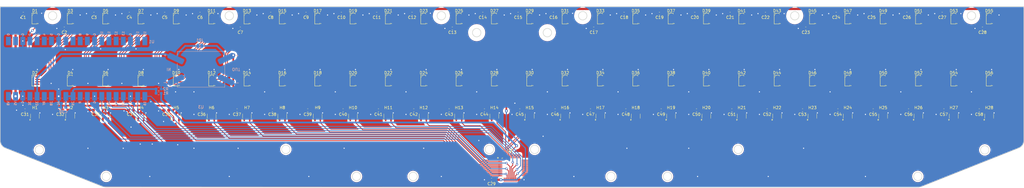
<source format=kicad_pcb>
(kicad_pcb (version 20241229) (generator "pcbnew") (generator_version "9.0")
  (title_block (title "Nos Pico Main"))
  (layers (0 "F.Cu" signal) (2 "B.Cu" signal) (13 "F.Paste" user) (15 "B.Paste" user) (5 "F.SilkS" user "F.Silkscreen") (7 "B.SilkS" user "B.Silkscreen") (1 "F.Mask" user) (3 "B.Mask" user) (25 "Edge.Cuts" user))
  (net 0 "")
  (net 1 "GND")
  (net 2 "+5V")
  (net 3 "+3V3")
  (net 4 "Net-(D1-In)")
  (net 5 "Net-(D16-Out)")
  (net 6 "Net-(D1-Out)")
  (net 7 "Net-(D2-Out)")
  (net 8 "Net-(D3-Out)")
  (net 9 "Net-(D4-Out)")
  (net 10 "Net-(D5-Out)")
  (net 11 "Net-(D6-Out)")
  (net 12 "Net-(D7-Out)")
  (net 13 "Net-(D8-Out)")
  (net 14 "Net-(D10-In)")
  (net 15 "Net-(D10-Out)")
  (net 16 "Net-(D11-Out)")
  (net 17 "Net-(D12-Out)")
  (net 18 "Net-(D13-Out)")
  (net 19 "Net-(D14-Out)")
  (net 20 "Net-(D15-Out)")
  (net 29 "Net-(U1-GPIO26_ADC0)")
  (net 40 "Net-(D17-Out)")
  (net 41 "Net-(D18-Out)")
  (net 42 "Net-(D19-Out)")
  (net 43 "Net-(D20-Out)")
  (net 44 "Net-(D21-Out)")
  (net 45 "Net-(D22-Out)")
  (net 46 "Net-(D23-Out)")
  (net 47 "Net-(D24-Out)")
  (net 48 "Net-(D25-Out)")
  (net 49 "Net-(D26-Out)")
  (net 50 "Net-(D27-Out)")
  (net 51 "Net-(D28-Out)")
  (net 52 "Net-(D29-Out)")
  (net 53 "Net-(D30-Out)")
  (net 54 "Net-(D31-Out)")
  (net 55 "Net-(D32-Out)")
  (net 56 "Net-(D33-Out)")
  (net 57 "Net-(D34-Out)")
  (net 58 "Net-(D35-Out)")
  (net 59 "Net-(D36-Out)")
  (net 60 "Net-(D37-Out)")
  (net 61 "Net-(D38-Out)")
  (net 62 "Net-(D39-Out)")
  (net 63 "Net-(D40-Out)")
  (net 64 "Net-(D41-Out)")
  (net 65 "Net-(D42-Out)")
  (net 66 "Net-(D43-Out)")
  (net 67 "Net-(D44-Out)")
  (net 68 "Net-(D45-Out)")
  (net 69 "Net-(D46-Out)")
  (net 70 "Net-(D47-Out)")
  (net 71 "Net-(D48-Out)")
  (net 72 "Net-(D49-Out)")
  (net 73 "Net-(D50-Out)")
  (net 74 "Net-(D51-Out)")
  (net 75 "Net-(D52-Out)")
  (net 76 "Net-(D53-Out)")
  (net 77 "Net-(D54-Out)")
  (net 78 "Net-(D55-Out)")
  (net 80 "/A3")
  (net 81 "/S1")
  (net 82 "/S2")
  (net 83 "/S3")
  (net 84 "/S4")
  (net 85 "/S5")
  (net 86 "/S6")
  (net 87 "/S7")
  (net 88 "/A2")
  (net 89 "/A0")
  (net 90 "/S8")
  (net 91 "/A4")
  (net 92 "/A1")
  (net 93 "/WR")
  (net 94 "/S9")
  (net 95 "/S10")
  (net 97 "/S11")
  (net 98 "/S12")
  (net 99 "/CS")
  (net 100 "/S13")
  (net 102 "/S14")
  (net 103 "/S15")
  (net 104 "/S16")
  (net 105 "/S17")
  (net 106 "/S18")
  (net 107 "/S19")
  (net 109 "/S20")
  (net 110 "/S21")
  (net 113 "/S22")
  (net 114 "/S23")
  (net 115 "/S24")
  (net 116 "/S25")
  (net 118 "/S26")
  (net 119 "/S27")
  (net 120 "/S28")
  (net 121 "Vref")
  (net 125 "Net-(U2-D)")
  (footprint "Capacitor_SMD:C_0603_1608Metric_Pad1.08x0.95mm_HandSolder" (layer "F.Cu") (at 91.286 158.09268 180)
    (property "Reference" "C35")
    (property "Value" "0.1uF")
  )
  (footprint "Package_TO_SOT_SMD:SOT-23-3" (layer "F.Cu") (at 269.786 160.19268 90)
    (property "Reference" "H19")
    (property "Value" "SS49E_SOT23")
  )
  (footprint "Capacitor_SMD:C_0603_1608Metric_Pad1.08x0.95mm_HandSolder" (layer "F.Cu") (at 191.286 158.09268 180)
    (property "Reference" "C43")
    (property "Value" "0.1uF")
  )
  (footprint "nos_main:WS2812B-4020_UP" (layer "F.Cu") (at 308.786 125.59268 -90)
    (property "Reference" "D43")
    (property "Value" "WS2812B_Unified")
  )
  (footprint "Capacitor_SMD:C_0603_1608Metric_Pad1.08x0.95mm_HandSolder" (layer "F.Cu") (at 266.286 158.09268 180)
    (property "Reference" "C49")
    (property "Value" "0.1uF")
  )
  (footprint "nos_main:WS2812B-4020_UP" (layer "F.Cu") (at 58.786 147.59268 -90)
    (property "Reference" "D4")
    (property "Value" "WS2812B_Unified")
  )
  (footprint "nos_main:WS2812B-4020_UP" (layer "F.Cu") (at 308.786 147.59268 -90)
    (property "Reference" "D44")
    (property "Value" "WS2812B_Unified")
  )
  (footprint "Capacitor_SMD:C_0603_1608Metric_Pad1.08x0.95mm_HandSolder" (layer "F.Cu") (at 228.1735 123.84268 180)
    (property "Reference" "C16")
    (property "Value" "0.1uF")
  )
  (footprint "nos_main:WS2812B-4020_UP" (layer "F.Cu") (at 358.786 125.59268 -90)
    (property "Reference" "D51")
    (property "Value" "WS2812B_Unified")
  )
  (footprint "nos_main:WS2812B-4020_UP" (layer "F.Cu") (at 271.286 125.59268 -90)
    (property "Reference" "D37")
    (property "Value" "WS2812B_Unified")
  )
  (footprint "Capacitor_SMD:C_0603_1608Metric_Pad1.08x0.95mm_HandSolder" (layer "F.Cu") (at 316.286 158.09268 180)
    (property "Reference" "C53")
    (property "Value" "0.1uF")
  )
  (footprint "Package_TO_SOT_SMD:SOT-23-3" (layer "F.Cu") (at 294.786 160.19268 90)
    (property "Reference" "H21")
    (property "Value" "SS49E_SOT23")
  )
  (footprint "Capacitor_SMD:C_0603_1608Metric_Pad1.08x0.95mm_HandSolder" (layer "F.Cu") (at 317.4235 129.09268 180)
    (property "Reference" "C23")
    (property "Value" "0.1uF")
  )
  (footprint "Capacitor_SMD:C_0603_1608Metric_Pad1.08x0.95mm_HandSolder" (layer "F.Cu") (at 253.786 158.09268 180)
    (property "Reference" "C48")
    (property "Value" "0.1uF")
  )
  (footprint "nos_main:WS2812B-4020_UP" (layer "F.Cu") (at 233.786 125.59268 -90)
    (property "Reference" "D31")
    (property "Value" "WS2812B_Unified")
  )
  (footprint "nos_main:QFP50P900X900X120-49N" (layer "F.Cu") (at 213.536 178.59268)
    (property "Reference" "U2")
    (property "Value" "ADG732BSUZ")
  )
  (footprint "Capacitor_SMD:C_0603_1608Metric_Pad1.08x0.95mm_HandSolder" (layer "F.Cu") (at 55.1735 129.09268 180)
    (property "Reference" "C2")
    (property "Value" "0.1uF")
  )
  (footprint "nos_main:WS2812B-4020_UP" (layer "F.Cu") (at 196.286 147.59268 -90)
    (property "Reference" "D26")
    (property "Value" "WS2812B_Unified")
  )
  (footprint "nos_main:WS2812B-4020_UP" (layer "F.Cu") (at 221.286 147.59268 -90)
    (property "Reference" "D30")
    (property "Value" "WS2812B_Unified")
  )
  (footprint "Package_TO_SOT_SMD:SOT-23-3" (layer "F.Cu") (at 344.786 160.19268 90)
    (property "Reference" "H25")
    (property "Value" "SS49E_SOT23")
  )
  (footprint "nos_main:WS2812B-4020_UP" (layer "F.Cu") (at 321.286 125.59268 -90)
    (property "Reference" "D45")
    (property "Value" "WS2812B_Unified")
  )
  (footprint "Package_TO_SOT_SMD:SOT-23-3" (layer "F.Cu") (at 57.286 160.19268 90)
    (property "Reference" "H2")
    (property "Value" "SS49E_SOT23")
  )
  (footprint "nos_main:WS2812B-4020_UP" (layer "F.Cu") (at 133.786 147.59268 -90)
    (property "Reference" "D16")
    (property "Value" "WS2812B_Unified")
  )
  (footprint "nos_main:WS2812B-4020_UP" (layer "F.Cu") (at 271.286 147.59268 -90)
    (property "Reference" "D38")
    (property "Value" "WS2812B_Unified")
  )
  (footprint "Capacitor_SMD:C_0603_1608Metric_Pad1.08x0.95mm_HandSolder" (layer "F.Cu") (at 353.1735 123.84268 180)
    (property "Reference" "C26")
    (property "Value" "0.1uF")
  )
  (footprint "Package_TO_SOT_SMD:SOT-23-3" (layer "F.Cu") (at 307.286 160.19268 90)
    (property "Reference" "H22")
    (property "Value" "SS49E_SOT23")
  )
  (footprint "Capacitor_SMD:C_0603_1608Metric_Pad1.08x0.95mm_HandSolder" (layer "F.Cu") (at 253.1735 123.84268 180)
    (property "Reference" "C18")
    (property "Value" "0.1uF")
  )
  (footprint "Capacitor_SMD:C_0603_1608Metric_Pad1.08x0.95mm_HandSolder" (layer "F.Cu") (at 206.286 182.76268 180)
    (property "Reference" "C29")
    (property "Value" "0.1uF")
  )
  (footprint "nos_main:WS2812B-4020_UP" (layer "F.Cu") (at 383.786 125.59268 -90)
    (property "Reference" "D55")
    (property "Value" "WS2812B_Unified")
  )
  (footprint "nos_main:WS2812B-4020_UP" (layer "F.Cu") (at 71.286 125.59268 -90)
    (property "Reference" "D5")
    (property "Value" "WS2812B_Unified")
  )
  (footprint "nos_main:WS2812B-4020_UP" (layer "F.Cu") (at 158.786 147.59268 -90)
    (property "Reference" "D20")
    (property "Value" "WS2812B_Unified")
  )
  (footprint "Capacitor_SMD:C_0603_1608Metric_Pad1.08x0.95mm_HandSolder" (layer "F.Cu") (at 90.6735 123.84268 180)
    (property "Reference" "C5")
    (property "Value" "0.1uF")
  )
  (footprint "Capacitor_SMD:C_0603_1608Metric_Pad1.08x0.95mm_HandSolder" (layer "F.Cu") (at 128.1735 123.84268 180)
    (property "Reference" "C8")
    (property "Value" "0.1uF")
  )
  (footprint "Capacitor_SMD:C_0603_1608Metric_Pad1.08x0.95mm_HandSolder" (layer "F.Cu") (at 291.286 158.09268 180)
    (property "Reference" "C51")
    (property "Value" "0.1uF")
  )
  (footprint "nos_main:WS2812B-4020_UP" (layer "F.Cu") (at 296.286 125.59268 -90)
    (property "Reference" "D41")
    (property "Value" "WS2812B_Unified")
  )
  (footprint "Capacitor_SMD:C_0603_1608Metric_Pad1.08x0.95mm_HandSolder" (layer "F.Cu") (at 365.6735 123.84268 180)
    (property "Reference" "C27")
    (property "Value" "0.1uF")
  )
  (footprint "nos_main:WS2812B-4020_UP" (layer "F.Cu") (at 246.286 125.59268 -90)
    (property "Reference" "D33")
    (property "Value" "WS2812B_Unified")
  )
  (footprint "nos_main:WS2812B-4020_UP" (layer "F.Cu") (at 46.286 147.59268 -90)
    (property "Reference" "D2")
    (property "Value" "WS2812B_Unified")
  )
  (footprint "nos_main:WS2812B-4020_UP" (layer "F.Cu") (at 196.286 125.59268 -90)
    (property "Reference" "D25")
    (property "Value" "WS2812B_Unified")
  )
  (footprint "Package_TO_SOT_SMD:SOT-23-3" (layer "F.Cu") (at 257.286 160.19268 90)
    (property "Reference" "H18")
    (property "Value" "SS49E_SOT23")
  )
  (footprint "Capacitor_SMD:C_0603_1608Metric_Pad1.08x0.95mm_HandSolder" (layer "F.Cu") (at 103.786 158.09268 180)
    (property "Reference" "C36")
    (property "Value" "0.1uF")
  )
  (footprint "nos_main:WS2812B-4020_UP" (layer "F.Cu") (at 183.786 125.59268 -90)
    (property "Reference" "D23")
    (property "Value" "WS2812B_Unified")
  )
  (footprint "Capacitor_SMD:C_0603_1608Metric_Pad1.08x0.95mm_HandSolder" (layer "F.Cu") (at 41.286 158.09268 180)
    (property "Reference" "C31")
    (property "Value" "0.1uF")
  )
  (footprint "Capacitor_SMD:C_0603_1608Metric_Pad1.08x0.95mm_HandSolder" (layer "F.Cu") (at 153.786 158.09268 180)
    (property "Reference" "C40")
    (property "Value" "0.1uF")
  )
  (footprint "nos_main:WS2812B-4020_UP" (layer "F.Cu") (at 246.286 147.59268 -90)
    (property "Reference" "D34")
    (property "Value" "WS2812B_Unified")
  )
  (footprint "Package_TO_SOT_SMD:SOT-23-3" (layer "F.Cu") (at 94.786 160.19268 90)
    (property "Reference" "H5")
    (property "Value" "SS49E_SOT23")
  )
  (footprint "nos_main:WS2812B-4020_UP" (layer "F.Cu") (at 133.786 125.59268 -90)
    (property "Reference" "D15")
    (property "Value" "WS2812B_Unified")
  )
  (footprint "Capacitor_SMD:C_0603_1608Metric_Pad1.08x0.95mm_HandSolder" (layer "F.Cu") (at 242.4235 129.09268 180)
    (property "Reference" "C17")
    (property "Value" "0.1uF")
  )
  (footprint "nos_main:WS2812B-4020_UP" (layer "F.Cu") (at 146.286 147.59268 -90)
    (property "Reference" "D18")
    (property "Value" "WS2812B_Unified")
  )
  (footprint "Capacitor_SMD:C_0603_1608Metric_Pad1.08x0.95mm_HandSolder" (layer "F.Cu") (at 166.286 158.09268 180)
    (property "Reference" "C41")
    (property "Value" "0.1uF")
  )
  (footprint "Capacitor_SMD:C_0603_1608Metric_Pad1.08x0.95mm_HandSolder" (layer "F.Cu") (at 378.786 158.09268 180)
    (property "Reference" "C58")
    (property "Value" "0.1uF")
  )
  (footprint "Capacitor_SMD:C_0603_1608Metric_Pad1.08x0.95mm_HandSolder" (layer "F.Cu") (at 116.286 158.09268 180)
    (property "Reference" "C37")
    (property "Value" "0.1uF")
  )
  (footprint "Capacitor_SMD:C_0603_1608Metric_Pad1.08x0.95mm_HandSolder" (layer "F.Cu") (at 178.786 158.09268 180)
    (property "Reference" "C42")
    (property "Value" "0.1uF")
  )
  (footprint "nos_main:WS2812B-4020_UP" (layer "F.Cu") (at 71.286 147.59268 -90)
    (property "Reference" "D6")
    (property "Value" "WS2812B_Unified")
  )
  (footprint "Package_TO_SOT_SMD:SOT-23-3" (layer "F.Cu") (at 332.286 160.19268 90)
    (property "Reference" "H24")
    (property "Value" "SS49E_SOT23")
  )
  (footprint "Capacitor_SMD:C_0603_1608Metric_Pad1.08x0.95mm_HandSolder" (layer "F.Cu") (at 178.1735 123.84268 180)
    (property "Reference" "C12")
    (property "Value" "0.1uF")
  )
  (footprint "nos_main:WS2812B-4020_UP" (layer "F.Cu") (at 183.786 147.59268 -90)
    (property "Reference" "D24")
    (property "Value" "WS2812B_Unified")
  )
  (footprint "nos_main:WS2812B-4020_UP" (layer "F.Cu") (at 171.286 147.59268 -90)
    (property "Reference" "D22")
    (property "Value" "WS2812B_Unified")
  )
  (footprint "Package_TO_SOT_SMD:SOT-23-3" (layer "F.Cu") (at 382.286 160.19268 90)
    (property "Reference" "H28")
    (property "Value" "SS49E_SOT23")
  )
  (footprint "Capacitor_SMD:C_0603_1608Metric_Pad1.08x0.95mm_HandSolder" (layer "F.Cu") (at 341.286 158.09268 180)
    (property "Reference" "C55")
    (property "Value" "0.1uF")
  )
  (footprint "Capacitor_SMD:C_0603_1608Metric_Pad1.08x0.95mm_HandSolder" (layer "F.Cu") (at 379.9235 129.09268 180)
    (property "Reference" "C28")
    (property "Value" "0.1uF")
  )
  (footprint "Package_TO_SOT_SMD:SOT-23-3" (layer "F.Cu") (at 119.786 160.19268 90)
    (property "Reference" "H7")
    (property "Value" "SS49E_SOT23")
  )
  (footprint "nos_main:WS2812B-4020_UP" (layer "F.Cu") (at 108.786 147.59268 -90)
    (property "Reference" "D12")
    (property "Value" "WS2812B_Unified")
  )
  (footprint "Capacitor_SMD:C_0603_1608Metric_Pad1.08x0.95mm_HandSolder" (layer "F.Cu") (at 366.286 158.09268 180)
    (property "Reference" "C57")
    (property "Value" "0.1uF")
  )
  (footprint "Capacitor_SMD:C_0603_1608Metric_Pad1.08x0.95mm_HandSolder" (layer "F.Cu") (at 228.786 158.09268 180)
    (property "Reference" "C46")
    (property "Value" "0.1uF")
  )
  (footprint "nos_main:WS2812B-4020_UP" (layer "F.Cu") (at 358.786 147.59268 -90)
    (property "Reference" "D52")
    (property "Value" "WS2812B_Unified")
  )
  (footprint "nos_main:WS2812B-4020_UP" (layer "F.Cu") (at 83.786 147.59268 -90)
    (property "Reference" "D8")
    (property "Value" "WS2812B_Unified")
  )
  (footprint "Capacitor_SMD:C_0603_1608Metric_Pad1.08x0.95mm_HandSolder" (layer "F.Cu") (at 66.286 158.09268 180)
    (property "Reference" "C33")
    (property "Value" "0.1uF")
  )
  (footprint "Capacitor_SMD:C_0603_1608Metric_Pad1.08x0.95mm_HandSolder" (layer "F.Cu") (at 290.6735 123.84268 180)
    (property "Reference" "C21")
    (property "Value" "0.1uF")
  )
  (footprint "nos_main:WS2812B-4020_UP" (layer "F.Cu") (at 83.786 125.59268 -90)
    (property "Reference" "D7")
    (property "Value" "WS2812B_Unified")
  )
  (footprint "Package_TO_SOT_SMD:SOT-23-3" (layer "F.Cu") (at 182.286 160.19268 90)
    (property "Reference" "H12")
    (property "Value" "SS49E_SOT23")
  )
  (footprint "nos_main:WS2812B-4020_UP" (layer "F.Cu") (at 96.286 147.59268 -90)
    (property "Reference" "D10")
    (property "Value" "WS2812B_Unified")
  )
  (footprint "Package_TO_SOT_SMD:SOT-23-3" (layer "F.Cu") (at 107.286 160.19268 90)
    (property "Reference" "H6")
    (property "Value" "SS49E_SOT23")
  )
  (footprint "Capacitor_SMD:C_0603_1608Metric_Pad1.08x0.95mm_HandSolder" (layer "F.Cu") (at 203.1735 123.84268 180)
    (property "Reference" "C14")
    (property "Value" "0.1uF")
  )
  (footprint "nos_main:WS2812B-4020_UP" (layer "F.Cu") (at 46.286 125.59268 -90)
    (property "Reference" "D1")
    (property "Value" "WS2812B_Unified")
  )
  (footprint "Capacitor_SMD:C_0603_1608Metric_Pad1.08x0.95mm_HandSolder" (layer "F.Cu") (at 40.6735 123.84268 180)
    (property "Reference" "C1")
    (property "Value" "0.1uF")
  )
  (footprint "nos_main:WS2812B-4020_UP" (layer "F.Cu") (at 221.286 125.59268 -90)
    (property "Reference" "D29")
    (property "Value" "WS2812B_Unified")
  )
  (footprint "nos_main:WS2812B-4020_UP" (layer "F.Cu") (at 283.786 125.59268 -90)
    (property "Reference" "D39")
    (property "Value" "WS2812B_Unified")
  )
  (footprint "Capacitor_SMD:C_0603_1608Metric_Pad1.08x0.95mm_HandSolder" (layer "F.Cu") (at 78.1735 123.84268 180)
    (property "Reference" "C4")
    (property "Value" "0.1uF")
  )
  (footprint "Package_TO_SOT_SMD:SOT-23-3" (layer "F.Cu") (at 194.786 160.19268 90)
    (property "Reference" "H13")
    (property "Value" "SS49E_SOT23")
  )
  (footprint "Package_TO_SOT_SMD:SOT-23-3" (layer "F.Cu") (at 44.786 160.19268 90)
    (property "Reference" "H1")
    (property "Value" "SS49E_SOT23")
  )
  (footprint "Capacitor_SMD:C_0603_1608Metric_Pad1.08x0.95mm_HandSolder" (layer "F.Cu") (at 353.786 158.09268 180)
    (property "Reference" "C56")
    (property "Value" "0.1uF")
  )
  (footprint "nos_main:WS2812B-4020_UP" (layer "F.Cu") (at 383.786 147.59268 -90)
    (property "Reference" "D56")
    (property "Value" "WS2812B_Unified")
  )
  (footprint "nos_main:WS2812B-4020_UP" (layer "F.Cu") (at 371.286 125.59268 -90)
    (property "Reference" "D53")
    (property "Value" "WS2812B_Unified")
  )
  (footprint "Capacitor_SMD:C_0603_1608Metric_Pad1.08x0.95mm_HandSolder" (layer "F.Cu") (at 265.6735 123.84268 180)
    (property "Reference" "C19")
    (property "Value" "0.1uF")
  )
  (footprint "Package_TO_SOT_SMD:SOT-23-3" (layer "F.Cu") (at 132.286 160.19268 90)
    (property "Reference" "H8")
    (property "Value" "SS49E_SOT23")
  )
  (footprint "Package_TO_SOT_SMD:SOT-23-3" (layer "F.Cu") (at 207.286 160.19268 90)
    (property "Reference" "H14")
    (property "Value" "SS49E_SOT23")
  )
  (footprint "nos_main:WS2812B-4020_UP" (layer "F.Cu") (at 296.286 147.59268 -90)
    (property "Reference" "D42")
    (property "Value" "WS2812B_Unified")
  )
  (footprint "nos_main:WS2812B-4020_UP" (layer "F.Cu") (at 283.786 147.59268 -90)
    (property "Reference" "D40")
    (property "Value" "WS2812B_Unified")
  )
  (footprint "Capacitor_SMD:C_0603_1608Metric_Pad1.08x0.95mm_HandSolder" (layer "F.Cu") (at 117.4235 129.09268 180)
    (property "Reference" "C7")
    (property "Value" "0.1uF")
  )
  (footprint "nos_main:WS2812B-4020_UP" (layer "F.Cu") (at 321.286 147.59268 -90)
    (property "Reference" "D46")
    (property "Value" "WS2812B_Unified")
  )
  (footprint "Package_TO_SOT_SMD:SOT-23-3" (layer "F.Cu") (at 82.286 160.19268 90)
    (property "Reference" "H4")
    (property "Value" "SS49E_SOT23")
  )
  (footprint "nos_main:WS2812B-4020_UP" (layer "F.Cu") (at 121.286 125.59268 -90)
    (property "Reference" "D13")
    (property "Value" "WS2812B_Unified")
  )
  (footprint "nos_main:WS2812B-4020_UP" (layer "F.Cu") (at 96.286 125.59268 -90)
    (property "Reference" "D9")
    (property "Value" "WS2812B_Unified")
  )
  (footprint "Capacitor_SMD:C_0603_1608Metric_Pad1.08x0.95mm_HandSolder" (layer "F.Cu") (at 103.1735 123.84268 180)
    (property "Reference" "C6")
    (property "Value" "0.1uF")
  )
  (footprint "Capacitor_SMD:C_0603_1608Metric_Pad1.08x0.95mm_HandSolder" (layer "F.Cu") (at 328.1735 123.84268 180)
    (property "Reference" "C24")
    (property "Value" "0.1uF")
  )
  (footprint "Capacitor_SMD:C_0603_1608Metric_Pad1.08x0.95mm_HandSolder" (layer "F.Cu") (at 165.6735 123.84268 180)
    (property "Reference" "C11")
    (property "Value" "0.1uF")
  )
  (footprint "nos_main:WS2812B-4020_UP" (layer "F.Cu") (at 333.786 125.59268 -90)
    (property "Reference" "D47")
    (property "Value" "WS2812B_Unified")
  )
  (footprint "nos_main:WS2812B-4020_UP" (layer "F.Cu") (at 346.286 147.59268 -90)
    (property "Reference" "D50")
    (property "Value" "WS2812B_Unified")
  )
  (footprint "nos_main:WS2812B-4020_UP" (layer "F.Cu") (at 158.786 125.59268 -90)
    (property "Reference" "D19")
    (property "Value" "WS2812B_Unified")
  )
  (footprint "Capacitor_SMD:C_0603_1608Metric_Pad1.08x0.95mm_HandSolder" (layer "F.Cu") (at 153.1735 123.84268 180)
    (property "Reference" "C10")
    (property "Value" "0.1uF")
  )
  (footprint "Capacitor_SMD:C_0603_1608Metric_Pad1.08x0.95mm_HandSolder" (layer "F.Cu") (at 128.786 158.09268 180)
    (property "Reference" "C38")
    (property "Value" "0.1uF")
  )
  (footprint "Capacitor_SMD:C_0603_1608Metric_Pad1.08x0.95mm_HandSolder" (layer "F.Cu") (at 216.286 158.09268 180)
    (property "Reference" "C45")
    (property "Value" "0.1uF")
  )
  (footprint "Capacitor_SMD:C_0603_1608Metric_Pad1.08x0.95mm_HandSolder" (layer "F.Cu") (at 278.1735 123.84268 180)
    (property "Reference" "C20")
    (property "Value" "0.1uF")
  )
  (footprint "nos_main:WS2812B-4020_UP" (layer "F.Cu") (at 371.286 147.59268 -90)
    (property "Reference" "D54")
    (property "Value" "WS2812B_Unified")
  )
  (footprint "nos_main:WS2812B-4020_UP" (layer "F.Cu") (at 233.786 147.59268 -90)
    (property "Reference" "D32")
    (property "Value" "WS2812B_Unified")
  )
  (footprint "nos_main:WS2812B-4020_UP" (layer "F.Cu") (at 333.786 147.59268 -90)
    (property "Reference" "D48")
    (property "Value" "WS2812B_Unified")
  )
  (footprint "nos_main:WS2812B-4020_UP" (layer "F.Cu") (at 108.786 125.59268 -90)
    (property "Reference" "D11")
    (property "Value" "WS2812B_Unified")
  )
  (footprint "Package_TO_SOT_SMD:SOT-23-3" (layer "F.Cu") (at 319.786 160.19268 90)
    (property "Reference" "H23")
    (property "Value" "SS49E_SOT23")
  )
  (footprint "Package_TO_SOT_SMD:SOT-23-3" (layer "F.Cu") (at 219.786 160.19268 90)
    (property "Reference" "H15")
    (property "Value" "SS49E_SOT23")
  )
  (footprint "Capacitor_SMD:C_0603_1608Metric_Pad1.08x0.95mm_HandSolder" (layer "F.Cu") (at 215.6735 123.84268 180)
    (property "Reference" "C15")
    (property "Value" "0.1uF")
  )
  (footprint "nos_main:WS2812B-4020_UP" (layer "F.Cu") (at 258.786 125.59268 -90)
    (property "Reference" "D35")
    (property "Value" "WS2812B_Unified")
  )
  (footprint "Package_TO_SOT_SMD:SOT-23-3" (layer "F.Cu") (at 282.286 160.19268 90)
    (property "Reference" "H20")
    (property "Value" "SS49E_SOT23")
  )
  (footprint "Capacitor_SMD:C_0603_1608Metric_Pad1.08x0.95mm_HandSolder" (layer "F.Cu") (at 303.1735 123.84268 180)
    (property "Reference" "C22")
    (property "Value" "0.1uF")
  )
  (footprint "Capacitor_SMD:C_0603_1608Metric_Pad1.08x0.95mm_HandSolder" (layer "F.Cu") (at 192.4235 129.09268 180)
    (property "Reference" "C13")
    (property "Value" "0.1uF")
  )
  (footprint "nos_main:WS2812B-4020_UP" (layer "F.Cu") (at 258.786 147.59268 -90)
    (property "Reference" "D36")
    (property "Value" "WS2812B_Unified")
  )
  (footprint "nos_main:WS2812B-4020_UP" (layer "F.Cu") (at 171.286 125.59268 -90)
    (property "Reference" "D21")
    (property "Value" "WS2812B_Unified")
  )
  (footprint "Capacitor_SMD:C_0603_1608Metric_Pad1.08x0.95mm_HandSolder" (layer "F.Cu") (at 141.286 158.09268 180)
    (property "Reference" "C39")
    (property "Value" "0.1uF")
  )
  (footprint "nos_main:WS2812B-4020_UP" (layer "F.Cu") (at 346.286 125.59268 -90)
    (property "Reference" "D49")
    (property "Value" "WS2812B_Unified")
  )
  (footprint "Package_TO_SOT_SMD:SOT-23-3" (layer "F.Cu") (at 169.786 160.19268 90)
    (property "Reference" "H11")
    (property "Value" "SS49E_SOT23")
  )
  (footprint "nos_main:WS2812B-4020_UP" (layer "F.Cu") (at 58.786 125.59268 -90)
    (property "Reference" "D3")
    (property "Value" "WS2812B_Unified")
  )
  (footprint "Package_TO_SOT_SMD:SOT-23-3" (layer "F.Cu") (at 157.286 160.19268 90)
    (property "Reference" "H10")
    (property "Value" "SS49E_SOT23")
  )
  (footprint "Capacitor_SMD:C_0603_1608Metric_Pad1.08x0.95mm_HandSolder" (layer "F.Cu") (at 53.786 158.09268 180)
    (property "Reference" "C32")
    (property "Value" "0.1uF")
  )
  (footprint "Capacitor_SMD:C_0603_1608Metric_Pad1.08x0.95mm_HandSolder" (layer "F.Cu") (at 340.6735 123.84268 180)
    (property "Reference" "C25")
    (property "Value" "0.1uF")
  )
  (footprint "Package_TO_SOT_SMD:SOT-23-3" (layer "F.Cu") (at 232.286 160.19268 90)
    (property "Reference" "H16")
    (property "Value" "SS49E_SOT23")
  )
  (footprint "Package_TO_SOT_SMD:SOT-23-3" (layer "F.Cu") (at 144.786 160.19268 90)
    (property "Reference" "H9")
    (property "Value" "SS49E_SOT23")
  )
  (footprint "Capacitor_SMD:C_0603_1608Metric_Pad1.08x0.95mm_HandSolder" (layer "F.Cu") (at 203.786 158.09268 180)
    (property "Reference" "C44")
    (property "Value" "0.1uF")
  )
  (footprint "nos_main:WS2812B-4020_UP" (layer "F.Cu") (at 208.786 147.59268 -90)
    (property "Reference" "D28")
    (property "Value" "WS2812B_Unified")
  )
  (footprint "Capacitor_SMD:C_0603_1608Metric_Pad1.08x0.95mm_HandSolder" (layer "F.Cu") (at 78.786 158.09268 180)
    (property "Reference" "C34")
    (property "Value" "0.1uF")
  )
  (footprint "Capacitor_SMD:C_0603_1608Metric_Pad1.08x0.95mm_HandSolder" (layer "F.Cu") (at 328.786 158.09268 180)
    (property "Reference" "C54")
    (property "Value" "0.1uF")
  )
  (footprint "Capacitor_SMD:C_0603_1608Metric_Pad1.08x0.95mm_HandSolder" (layer "F.Cu") (at 303.786 158.09268 180)
    (property "Reference" "C52")
    (property "Value" "0.1uF")
  )
  (footprint "Package_TO_SOT_SMD:SOT-23-3" (layer "F.Cu") (at 369.786 160.19268 90)
    (property "Reference" "H27")
    (property "Value" "SS49E_SOT23")
  )
  (footprint "Capacitor_SMD:C_0603_1608Metric_Pad1.08x0.95mm_HandSolder" (layer "F.Cu") (at 278.786 158.09268 180)
    (property "Reference" "C50")
    (property "Value" "0.1uF")
  )
  (footprint "nos_main:WS2812B-4020_UP" (layer "F.Cu") (at 208.786 125.59268 -90)
    (property "Reference" "D27")
    (property "Value" "WS2812B_Unified")
  )
  (footprint "nos_main:WS2812B-4020_UP" (layer "F.Cu") (at 121.286 147.59268 -90)
    (property "Reference" "D14")
    (property "Value" "WS2812B_Unified")
  )
  (footprint "Capacitor_SMD:C_0603_1608Metric_Pad1.08x0.95mm_HandSolder" (layer "F.Cu") (at 65.6735 123.84268 180)
    (property "Reference" "C3")
    (property "Value" "0.1uF")
  )
  (footprint "Package_TO_SOT_SMD:SOT-23-3" (layer "F.Cu") (at 357.286 160.19268 90)
    (property "Reference" "H26")
    (property "Value" "SS49E_SOT23")
  )
  (footprint "Capacitor_SMD:C_0603_1608Metric_Pad1.08x0.95mm_HandSolder" (layer "F.Cu") (at 241.286 158.09268 180)
    (property "Reference" "C47")
    (property "Value" "0.1uF")
  )
  (footprint "Package_TO_SOT_SMD:SOT-23-3" (layer "F.Cu") (at 69.786 160.19268 90)
    (property "Reference" "H3")
    (property "Value" "SS49E_SOT23")
  )
  (footprint "Capacitor_SMD:C_0603_1608Metric_Pad1.08x0.95mm_HandSolder" (layer "F.Cu") (at 140.6735 123.84268 180)
    (property "Reference" "C9")
    (property "Value" "0.1uF")
  )
  (footprint "nos_main:WS2812B-4020_UP" (layer "F.Cu") (at 146.286 125.59268 -90)
    (property "Reference" "D17")
    (property "Value" "WS2812B_Unified")
  )
  (footprint "Package_TO_SOT_SMD:SOT-23-3" (layer "F.Cu") (at 244.786 160.19268 90)
    (property "Reference" "H17")
    (property "Value" "SS49E_SOT23")
  )
  (footprint "nos_main:DCDC_3to5" (layer "B.Cu") (at 103.536 143.59268)
    (property "Reference" "U3")
    (property "Value" "DC/DC")
  )
  (footprint "Capacitor_SMD:C_0603_1608Metric_Pad1.08x0.95mm_HandSolder" (layer "B.Cu") (at 54.8635 157.09268 180)
    (property "Reference" "C30")
    (property "Value" "1nF")
  )
  (footprint "Jumper:SolderJumper-2_P1.3mm_Open_RoundedPad1.0x1.5mm" (layer "B.Cu") (at 103.136 135.29268)
    (property "Reference" "JP1")
    (property "Value" "SolderJumper_2_Open")
  )
  (footprint "Resistor_SMD:R_0603_1608Metric_Pad0.98x0.95mm_HandSolder" (layer "B.Cu") (at 88.536 152.09268)
    (property "Reference" "R1")
    (property "Value" "2K")
  )
  (footprint "nos_main:RPi_Pico_SMD_No_USB" (layer "B.Cu") (at 59.536 143.34268 -90)
    (property "Reference" "U1")
    (property "Value" "Pico_Trim")
  )
  (footprint "Resistor_SMD:R_0603_1608Metric_Pad0.98x0.95mm_HandSolder" (layer "B.Cu") (at 88.536 150.59268 180)
    (property "Reference" "R2")
    (property "Value" "10K")
  )
  (gr_circle (center 201.036 130.59268) (end 202.536 130.59268) (stroke (width 0.2)) (fill no) (layer "Edge.Cuts"))
  (gr_circle (center 380.736 172.179616) (end 382.236 172.179616) (stroke (width 0.2)) (fill no) (layer "Edge.Cuts"))
  (gr_circle (center 376.036 124.59268) (end 377.536 124.59268) (stroke (width 0.2)) (fill no) (layer "Edge.Cuts"))
  (gr_arc (start 34.300868 171.480839) (mid 33.01885 170.451087) (end 32.536 168.879204) (stroke (width 0.2)) (layer "Edge.Cuts"))
  (gr_circle (center 238.536 124.59268) (end 240.036 124.59268) (stroke (width 0.2)) (fill no) (layer "Edge.Cuts"))
  (gr_circle (center 313.536 124.59268) (end 315.036 124.59268) (stroke (width 0.2)) (fill no) (layer "Edge.Cuts"))
  (gr_circle (center 221.536 171.99268) (end 223.036 171.99268) (stroke (width 0.2)) (fill no) (layer "Edge.Cuts"))
  (gr_line (start 32.536 168.879204) (end 32.536 121.39268) (stroke (width 0.2)) (layer "Edge.Cuts"))
  (gr_arc (start 70.185794 185.39268) (mid 69.282398 185.3069) (end 68.411291 185.052626) (stroke (width 0.2)) (layer "Edge.Cuts"))
  (gr_circle (center 226.036 130.59268) (end 227.536 130.59268) (stroke (width 0.2)) (fill no) (layer "Edge.Cuts"))
  (gr_circle (center 293.536 171.99268) (end 295.036 171.99268) (stroke (width 0.2)) (fill no) (layer "Edge.Cuts"))
  (gr_circle (center 248.536 181.59268) (end 250.036 181.59268) (stroke (width 0.2)) (fill no) (layer "Edge.Cuts"))
  (gr_arc (start 358.660714 185.052624) (mid 357.789602 185.3069) (end 356.8862 185.39268) (stroke (width 0.2)) (layer "Edge.Cuts"))
  (gr_circle (center 178.536 181.59268) (end 180.036 181.59268) (stroke (width 0.2)) (fill no) (layer "Edge.Cuts"))
  (gr_line (start 392.757324 171.486333) (end 358.660714 185.052624) (stroke (width 0.2)) (layer "Edge.Cuts"))
  (gr_circle (center 113.536 124.59268) (end 115.036 124.59268) (stroke (width 0.2)) (fill no) (layer "Edge.Cuts"))
  (gr_circle (center 188.536 124.59268) (end 190.036 124.59268) (stroke (width 0.2)) (fill no) (layer "Edge.Cuts"))
  (gr_circle (center 357.074409 181.574809) (end 358.574409 181.574809) (stroke (width 0.2)) (fill no) (layer "Edge.Cuts"))
  (gr_line (start 394.536 121.39268) (end 394.536 168.87908) (stroke (width 0.2)) (layer "Edge.Cuts"))
  (gr_circle (center 205.536 171.99268) (end 207.036 171.99268) (stroke (width 0.2)) (fill no) (layer "Edge.Cuts"))
  (gr_circle (center 69.997591 181.574809) (end 71.497591 181.574809) (stroke (width 0.2)) (fill no) (layer "Edge.Cuts"))
  (gr_circle (center 158.536 181.59268) (end 160.036 181.59268) (stroke (width 0.2)) (fill no) (layer "Edge.Cuts"))
  (gr_line (start 32.536 121.39268) (end 394.536 121.39268) (stroke (width 0.2)) (layer "Edge.Cuts"))
  (gr_circle (center 133.536 171.99268) (end 135.036 171.99268) (stroke (width 0.2)) (fill no) (layer "Edge.Cuts"))
  (gr_line (start 356.8862 185.39268) (end 70.185794 185.39268) (stroke (width 0.2)) (layer "Edge.Cuts"))
  (gr_circle (center 51.036 124.59268) (end 52.536 124.59268) (stroke (width 0.2)) (fill no) (layer "Edge.Cuts"))
  (gr_circle (center 46.336 172.179616) (end 47.836 172.179616) (stroke (width 0.2)) (fill no) (layer "Edge.Cuts"))
  (gr_circle (center 268.536 181.59268) (end 270.036 181.59268) (stroke (width 0.2)) (fill no) (layer "Edge.Cuts"))
  (gr_arc (start 394.536 168.87908) (mid 394.048976 170.457161) (end 392.757324 171.486333) (stroke (width 0.2)) (layer "Edge.Cuts"))
  (gr_line (start 68.411291 185.052626) (end 34.300868 171.480839) (stroke (width 0.2)) (layer "Edge.Cuts"))
  (segment (start 148.261 124.31768) (end 145.636 124.31768) (width 0.28) (layer "F.Cu") (net 1))
  (segment (start 323.261 124.31768) (end 320.636 124.31768) (width 0.28) (layer "F.Cu") (net 1))
  (segment (start 198.261 124.31768) (end 195.636 124.31768) (width 0.28) (layer "F.Cu") (net 1))
  (segment (start 384.036 159.05518) (end 382.286 159.05518) (width 0.28) (layer "F.Cu") (net 1))
  (segment (start 70.636 143.69268) (end 70.636 146.31768) (width 0.28) (layer "F.Cu") (net 1))
  (segment (start 234.036 159.05518) (end 232.286 159.05518) (width 0.28) (layer "F.Cu") (net 1))
  (segment (start 309.036 159.05518) (end 307.286 159.05518) (width 0.28) (layer "F.Cu") (net 1))
  (segment (start 83.136 143.69268) (end 83.136 146.31768) (width 0.28) (layer "F.Cu") (net 1))
  (segment (start 46.536 159.05518) (end 44.786 159.05518) (width 0.28) (layer "F.Cu") (net 1))
  (segment (start 298.261 124.31768) (end 295.636 124.31768) (width 0.28) (layer "F.Cu") (net 1))
  (segment (start 46.561 124.31768) (end 45.636 124.31768) (width 0.28) (layer "F.Cu") (net 1))
  (segment (start 273.261 124.31768) (end 270.636 124.31768) (width 0.28) (layer "F.Cu") (net 1))
  (segment (start 135.761 124.31768) (end 133.136 124.31768) (width 0.28) (layer "F.Cu") (net 1))
  (segment (start 134.036 159.05518) (end 132.286 159.05518) (width 0.28) (layer "F.Cu") (net 1))
  (segment (start 84.036 159.05518) (end 82.286 159.05518) (width 0.28) (layer "F.Cu") (net 1))
  (segment (start 158.136 143.69268) (end 158.136 146.31768) (width 0.28) (layer "F.Cu") (net 1))
  (segment (start 45.636 143.69268) (end 45.636 146.31768) (width 0.28) (layer "F.Cu") (net 1))
  (segment (start 320.636 143.69268) (end 320.636 146.31768) (width 0.28) (layer "F.Cu") (net 1))
  (segment (start 210.761 124.31768) (end 208.136 124.31768) (width 0.28) (layer "F.Cu") (net 1))
  (segment (start 309.311 124.31768) (end 308.136 124.31768) (width 0.28) (layer "F.Cu") (net 1))
  (segment (start 108.136 143.69268) (end 108.136 146.31768) (width 0.28) (layer "F.Cu") (net 1))
  (segment (start 109.061 124.31768) (end 108.136 124.31768) (width 0.28) (layer "F.Cu") (net 1))
  (segment (start 295.636 143.69268) (end 295.636 146.31768) (width 0.28) (layer "F.Cu") (net 1))
  (segment (start 120.636 143.69268) (end 120.636 146.31768) (width 0.28) (layer "F.Cu") (net 1))
  (segment (start 47.286 123.59268) (end 47.161 123.71768) (width 0.28) (layer "F.Cu") (net 1))
  (segment (start 372.286 123.84268) (end 371.811 124.31768) (width 0.28) (layer "F.Cu") (net 1))
  (segment (start 98.261 124.31768) (end 95.636 124.31768) (width 0.28) (layer "F.Cu") (net 1))
  (segment (start 358.136 143.69268) (end 358.136 146.31768) (width 0.28) (layer "F.Cu") (net 1))
  (segment (start 246.536 159.05518) (end 244.786 159.05518) (width 0.28) (layer "F.Cu") (net 1))
  (segment (start 270.636 143.69268) (end 270.636 146.31768) (width 0.28) (layer "F.Cu") (net 1))
  (segment (start 195.636 143.69268) (end 195.636 146.31768) (width 0.28) (layer "F.Cu") (net 1))
  (segment (start 59.036 159.05518) (end 57.286 159.05518) (width 0.28) (layer "F.Cu") (net 1))
  (segment (start 245.636 143.69268) (end 245.636 146.31768) (width 0.28) (layer "F.Cu") (net 1))
  (segment (start 184.661 123.71768) (end 184.061 124.31768) (width 0.28) (layer "F.Cu") (net 1))
  (segment (start 184.036 159.05518) (end 182.286 159.05518) (width 0.28) (layer "F.Cu") (net 1))
  (segment (start 121.536 159.05518) (end 119.786 159.05518) (width 0.28) (layer "F.Cu") (net 1))
  (segment (start 71.536 159.05518) (end 69.786 159.05518) (width 0.28) (layer "F.Cu") (net 1))
  (segment (start 309.786 123.84268) (end 309.311 124.31768) (width 0.28) (layer "F.Cu") (net 1))
  (segment (start 371.811 124.31768) (end 370.636 124.31768) (width 0.28) (layer "F.Cu") (net 1))
  (segment (start 109.536 123.84268) (end 109.061 124.31768) (width 0.28) (layer "F.Cu") (net 1))
  (segment (start 370.636 143.69268) (end 370.636 146.31768) (width 0.28) (layer "F.Cu") (net 1))
  (segment (start 60.761 124.31768) (end 58.136 124.31768) (width 0.28) (layer "F.Cu") (net 1))
  (segment (start 234.359214 124.31768) (end 233.136 124.31768) (width 0.28) (layer "F.Cu") (net 1))
  (segment (start 109.036 159.05518) (end 107.286 159.05518) (width 0.28) (layer "F.Cu") (net 1))
  (segment (start 95.636 143.69268) (end 95.636 146.31768) (width 0.28) (layer "F.Cu") (net 1))
  (segment (start 383.136 143.69268) (end 383.136 146.31768) (width 0.28) (layer "F.Cu") (net 1))
  (segment (start 233.136 143.69268) (end 233.136 146.31768) (width 0.28) (layer "F.Cu") (net 1))
  (segment (start 217.786 182.76268) (end 215.286 182.76268) (width 0.28) (layer "F.Cu") (net 1))
  (segment (start 123.261 124.31768) (end 120.636 124.31768) (width 0.28) (layer "F.Cu") (net 1))
  (segment (start 260.761 124.31768) (end 258.136 124.31768) (width 0.28) (layer "F.Cu") (net 1))
  (segment (start 171.536 159.05518) (end 169.786 159.05518) (width 0.28) (layer "F.Cu") (net 1))
  (segment (start 221.536 159.05518) (end 219.786 159.05518) (width 0.28) (layer "F.Cu") (net 1))
  (segment (start 234.931832 123.745062) (end 234.359214 124.31768) (width 0.28) (layer "F.Cu") (net 1))
  (segment (start 248.261 124.31768) (end 245.636 124.31768) (width 0.28) (layer "F.Cu") (net 1))
  (segment (start 308.136 143.69268) (end 308.136 146.31768) (width 0.28) (layer "F.Cu") (net 1))
  (segment (start 335.761 124.31768) (end 333.136 124.31768) (width 0.28) (layer "F.Cu") (net 1))
  (segment (start 258.136 143.69268) (end 258.136 146.31768) (width 0.28) (layer "F.Cu") (net 1))
  (segment (start 215.286 182.76268) (end 216.286 182.76268) (width 0.28) (layer "F.Cu") (net 1))
  (segment (start 346.536 159.05518) (end 344.786 159.05518) (width 0.28) (layer "F.Cu") (net 1))
  (segment (start 296.536 159.05518) (end 294.786 159.05518) (width 0.28) (layer "F.Cu") (net 1))
  (segment (start 208.136 143.69268) (end 208.136 146.31768) (width 0.28) (layer "F.Cu") (net 1))
  (segment (start 133.136 143.69268) (end 133.136 146.31768) (width 0.28) (layer "F.Cu") (net 1))
  (segment (start 334.036 159.05518) (end 332.286 159.05518) (width 0.28) (layer "F.Cu") (net 1))
  (segment (start 145.636 143.69268) (end 145.636 146.31768) (width 0.28) (layer "F.Cu") (net 1))
  (segment (start 345.636 143.69268) (end 345.636 146.31768) (width 0.28) (layer "F.Cu") (net 1))
  (segment (start 209.036 159.05518) (end 207.286 159.05518) (width 0.28) (layer "F.Cu") (net 1))
  (segment (start 160.761 124.31768) (end 158.136 124.31768) (width 0.28) (layer "F.Cu") (net 1))
  (segment (start 184.061 124.31768) (end 183.136 124.31768) (width 0.28) (layer "F.Cu") (net 1))
  (segment (start 47.161 123.71768) (end 46.561 124.31768) (width 0.28) (layer "F.Cu") (net 1))
  (segment (start 220.636 143.69268) (end 220.636 146.31768) (width 0.28) (layer "F.Cu") (net 1))
  (segment (start 371.536 159.05518) (end 369.786 159.05518) (width 0.28) (layer "F.Cu") (net 1))
  (segment (start 58.136 143.69268) (end 58.136 146.31768) (width 0.28) (layer "F.Cu") (net 1))
  (segment (start 321.536 159.05518) (end 319.786 159.05518) (width 0.28) (layer "F.Cu") (net 1))
  (segment (start 333.136 143.69268) (end 333.136 146.31768) (width 0.28) (layer "F.Cu") (net 1))
  (segment (start 73.261 124.31768) (end 70.636 124.31768) (width 0.28) (layer "F.Cu") (net 1))
  (segment (start 146.536 159.05518) (end 144.786 159.05518) (width 0.28) (layer "F.Cu") (net 1))
  (segment (start 271.536 159.05518) (end 269.786 159.05518) (width 0.28) (layer "F.Cu") (net 1))
  (segment (start 96.536 159.05518) (end 94.786 159.05518) (width 0.28) (layer "F.Cu") (net 1))
  (segment (start 159.036 159.05518) (end 157.286 159.05518) (width 0.28) (layer "F.Cu") (net 1))
  (segment (start 348.261 124.31768) (end 345.636 124.31768) (width 0.28) (layer "F.Cu") (net 1))
  (segment (start 285.761 124.31768) (end 283.136 124.31768) (width 0.28) (layer "F.Cu") (net 1))
  (segment (start 173.261 124.31768) (end 170.636 124.31768) (width 0.28) (layer "F.Cu") (net 1))
  (segment (start 85.761 124.31768) (end 83.136 124.31768) (width 0.28) (layer "F.Cu") (net 1))
  (segment (start 283.136 143.69268) (end 283.136 146.31768) (width 0.28) (layer "F.Cu") (net 1))
  (segment (start 223.261 124.31768) (end 220.636 124.31768) (width 0.28) (layer "F.Cu") (net 1))
  (segment (start 170.636 143.69268) (end 170.636 146.31768) (width 0.28) (layer "F.Cu") (net 1))
  (segment (start 196.536 159.05518) (end 194.786 159.05518) (width 0.28) (layer "F.Cu") (net 1))
  (segment (start 205.4235 182.76268) (end 203.786 182.76268) (width 0.8) (layer "F.Cu") (net 1))
  (segment (start 385.761 124.31768) (end 383.136 124.31768) (width 0.28) (layer "F.Cu") (net 1))
  (segment (start 359.036 159.05518) (end 357.286 159.05518) (width 0.28) (layer "F.Cu") (net 1))
  (segment (start 360.761 124.31768) (end 358.136 124.31768) (width 0.28) (layer "F.Cu") (net 1))
  (segment (start 284.036 159.05518) (end 282.286 159.05518) (width 0.28) (layer "F.Cu") (net 1))
  (segment (start 183.136 143.69268) (end 183.136 146.31768) (width 0.28) (layer "F.Cu") (net 1))
  (via (at 148.286 124.34268) (size 0.8) (drill 0.4) (layers "F.Cu" "B.Cu") (net 1))
  (via (at 384.036 159.05518) (size 0.8) (drill 0.4) (layers "F.Cu" "B.Cu") (net 1))
  (via (at 304.161 181.59268) (size 0.8) (drill 0.4) (layers "F.Cu" "B.Cu") (net 1))
  (via (at 359.036 159.05518) (size 0.8) (drill 0.4) (layers "F.Cu" "B.Cu") (net 1))
  (via (at 151.036 159.59268) (size 0.8) (drill 0.4) (layers "F.Cu" "B.Cu") (net 1))
  (via (at 159.036 159.05518) (size 0.8) (drill 0.4) (layers "F.Cu" "B.Cu") (net 1))
  (via (at 188.536 181.59268) (size 0.8) (drill 0.4) (layers "F.Cu" "B.Cu") (net 1))
  (via (at 360.786 124.34268) (size 0.8) (drill 0.4) (layers "F.Cu" "B.Cu") (net 1))
  (via (at 123.286 124.34268) (size 0.8) (drill 0.4) (layers "F.Cu" "B.Cu") (net 1))
  (via (at 184.661 123.71768) (size 0.8) (drill 0.4) (layers "F.Cu" "B.Cu") (net 1))
  (via (at 251.036 151.59268) (size 0.8) (drill 0.4) (layers "F.Cu" "B.Cu") (net 1))
  (via (at 320.661 143.66768) (size 0.8) (drill 0.4) (layers "F.Cu" "B.Cu") (net 1))
  (via (at 53.186 153.14268) (size 1.2) (drill 0.6) (layers "F.Cu" "B.Cu") (net 1))
  (via (at 116.661 171.59268) (size 0.8) (drill 0.4) (layers "F.Cu" "B.Cu") (net 1))
  (via (at 95.286 170.34268) (size 0.8) (drill 0.4) (layers "F.Cu" "B.Cu") (net 1))
  (via (at 39.786 125.34268) (size 0.8) (drill 0.4) (layers "F.Cu" "B.Cu") (net 1))
  (via (at 288.536 159.59268) (size 0.8) (drill 0.4) (layers "F.Cu" "B.Cu") (net 1))
  (via (at 224.536 167.34268) (size 0.8) (drill 0.4) (layers "F.Cu" "B.Cu") (net 1))
  (via (at 323.286 124.34268) (size 0.8) (drill 0.4) (layers "F.Cu" "B.Cu") (net 1))
  (via (at 90.286 162.09268) (size 0.8) (drill 0.4) (layers "F.Cu" "B.Cu") (net 1))
  (via (at 363.036 123.84268) (size 0.8) (drill 0.4) (layers "F.Cu" "B.Cu") (net 1))
  (via (at 85.786 124.34268) (size 0.8) (drill 0.4) (layers "F.Cu" "B.Cu") (net 1))
  (via (at 321.536 159.05518) (size 0.8) (drill 0.4) (layers "F.Cu" "B.Cu") (net 1))
  (via (at 175.536 123.84268) (size 0.8) (drill 0.4) (layers "F.Cu" "B.Cu") (net 1))
  (via (at 60.786 124.34268) (size 0.8) (drill 0.4) (layers "F.Cu" "B.Cu") (net 1))
  (via (at 221.536 159.05518) (size 0.8) (drill 0.4) (layers "F.Cu" "B.Cu") (net 1))
  (via (at 94.536 151.59268) (size 0.8) (drill 0.4) (layers "F.Cu" "B.Cu") (net 1))
  (via (at 201.786 168.84268) (size 0.8) (drill 0.4) (layers "F.Cu" "B.Cu") (net 1))
  (via (at 235.411 181.59268) (size 0.8) (drill 0.4) (layers "F.Cu" "B.Cu") (net 1))
  (via (at 370.661 143.66768) (size 0.8) (drill 0.4) (layers "F.Cu" "B.Cu") (net 1))
  (via (at 201.036 159.59268) (size 0.8) (drill 0.4) (layers "F.Cu" "B.Cu") (net 1))
  (via (at 210.786 124.34268) (size 0.8) (drill 0.4) (layers "F.Cu" "B.Cu") (net 1))
  (via (at 75.536 148.59268) (size 0.8) (drill 0.4) (layers "F.Cu" "B.Cu") (net 1))
  (via (at 385.786 124.34268) (size 0.8) (drill 0.4) (layers "F.Cu" "B.Cu") (net 1))
  (via (at 295.661 143.66768) (size 0.8) (drill 0.4) (layers "F.Cu" "B.Cu") (net 1))
  (via (at 363.536 159.59268) (size 0.8) (drill 0.4) (layers "F.Cu" "B.Cu") (net 1))
  (via (at 351.036 159.59268) (size 0.8) (drill 0.4) (layers "F.Cu" "B.Cu") (net 1))
  (via (at 346.536 159.05518) (size 0.8) (drill 0.4) (layers "F.Cu" "B.Cu") (net 1))
  (via (at 338.036 123.84268) (size 0.8) (drill 0.4) (layers "F.Cu" "B.Cu") (net 1))
  (via (at 376.036 159.59268) (size 0.8) (drill 0.4) (layers "F.Cu" "B.Cu") (net 1))
  (via (at 213.036 123.84268) (size 0.8) (drill 0.4) (layers "F.Cu" "B.Cu") (net 1))
  (via (at 351.036 151.59268) (size 0.8) (drill 0.4) (layers "F.Cu" "B.Cu") (net 1))
  (via (at 246.536 159.05518) (size 0.8) (drill 0.4) (layers "F.Cu" "B.Cu") (net 1))
  (via (at 250.536 123.84268) (size 0.8) (drill 0.4) (layers "F.Cu" "B.Cu") (net 1))
  (via (at 170.661 143.66768) (size 0.8) (drill 0.4) (layers "F.Cu" "B.Cu") (net 1))
  (via (at 63.036 123.84268) (size 0.8) (drill 0.4) (layers "F.Cu" "B.Cu") (net 1))
  (via (at 163.536 159.59268) (size 0.8) (drill 0.4) (layers "F.Cu" "B.Cu") (net 1))
  (via (at 73.286 124.34268) (size 0.8) (drill 0.4) (layers "F.Cu" "B.Cu") (net 1))
  (via (at 86.286 170.09268) (size 0.8) (drill 0.4) (layers "F.Cu" "B.Cu") (net 1))
  (via (at 80.536 136.34268) (size 0.8) (drill 0.4) (layers "F.Cu" "B.Cu") (net 1))
  (via (at 109.036 159.05518) (size 0.8) (drill 0.4) (layers "F.Cu" "B.Cu") (net 1))
  (via (at 182.286 171.59268) (size 0.8) (drill 0.4) (layers "F.Cu" "B.Cu") (net 1))
  (via (at 270.661 143.66768) (size 0.8) (drill 0.4) (layers "F.Cu" "B.Cu") (net 1))
  (via (at 288.036 123.84268) (size 0.8) (drill 0.4) (layers "F.Cu" "B.Cu") (net 1))
  (via (at 38.286 158.09268) (size 0.8) (drill 0.4) (layers "F.Cu" "B.Cu") (net 1))
  (via (at 325.536 123.84268) (size 0.8) (drill 0.4) (layers "F.Cu" "B.Cu") (net 1))
  (via (at 226.036 159.59268) (size 0.8) (drill 0.4) (layers "F.Cu" "B.Cu") (net 1))
  (via (at 173.286 124.34268) (size 0.8) (drill 0.4) (layers "F.Cu" "B.Cu") (net 1))
  (via (at 309.036 159.05518) (size 0.8) (drill 0.4) (layers "F.Cu" "B.Cu") (net 1))
  (via (at 63.536 171.59268) (size 0.8) (drill 0.4) (layers "F.Cu" "B.Cu") (net 1))
  (via (at 285.786 124.34268) (size 0.8) (drill 0.4) (layers "F.Cu" "B.Cu") (net 1))
  (via (at 296.536 159.05518) (size 0.8) (drill 0.4) (layers "F.Cu" "B.Cu") (net 1))
  (via (at 345.661 143.66768) (size 0.8) (drill 0.4) (layers "F.Cu" "B.Cu") (net 1))
  (via (at 314.786 129.09268) (size 0.8) (drill 0.4) (layers "F.Cu" "B.Cu") (net 1))
  (via (at 196.536 159.05518) (size 0.8) (drill 0.4) (layers "F.Cu" "B.Cu") (net 1))
  (via (at 51.036 159.59268) (size 0.8) (drill 0.4) (layers "F.Cu" "B.Cu") (net 1))
  (via (at 198.286 124.34268) (size 0.8) (drill 0.4) (layers "F.Cu" "B.Cu") (net 1))
  (via (at 163.036 123.84268) (size 0.8) (drill 0.4) (layers "F.Cu" "B.Cu") (net 1))
  (via (at 376.036 151.59268) (size 0.8) (drill 0.4) (layers "F.Cu" "B.Cu") (net 1))
  (via (at 135.786 124.34268) (size 0.8) (drill 0.4) (layers "F.Cu" "B.Cu") (net 1))
  (via (at 101.036 151.59268) (size 0.8) (drill 0.4) (layers "F.Cu" "B.Cu") (net 1))
  (via (at 326.036 151.59268) (size 0.8) (drill 0.4) (layers "F.Cu" "B.Cu") (net 1))
  (via (at 226.036 151.59268) (size 0.8) (drill 0.4) (layers "F.Cu" "B.Cu") (net 1))
  (via (at 234.036 159.05518) (size 0.8) (drill 0.4) (layers "F.Cu" "B.Cu") (net 1))
  (via (at 334.036 159.05518) (size 0.8) (drill 0.4) (layers "F.Cu" "B.Cu") (net 1))
  (via (at 238.536 159.59268) (size 0.8) (drill 0.4) (layers "F.Cu" "B.Cu") (net 1))
  (via (at 120.661 143.66768) (size 0.8) (drill 0.4) (layers "F.Cu" "B.Cu") (net 1))
  (via (at 145.661 143.66768) (size 0.8) (drill 0.4) (layers "F.Cu" "B.Cu") (net 1))
  (via (at 271.536 159.05518) (size 0.8) (drill 0.4) (layers "F.Cu" "B.Cu") (net 1))
  (via (at 201.036 151.59268) (size 0.8) (drill 0.4) (layers "F.Cu" "B.Cu") (net 1))
  (via (at 154.161 171.59268) (size 0.8) (drill 0.4) (layers "F.Cu" "B.Cu") (net 1))
  (via (at 46.536 159.05518) (size 0.8) (drill 0.4) (layers "F.Cu" "B.Cu") (net 1))
  (via (at 95.661 143.66768) (size 0.8) (drill 0.4) (layers "F.Cu" "B.Cu") (net 1))
  (via (at 348.286 124.34268) (size 0.8) (drill 0.4) (layers "F.Cu" "B.Cu") (net 1))
  (via (at 134.036 159.05518) (size 0.8) (drill 0.4) (layers "F.Cu" "B.Cu") (net 1))
  (via (at 98.286 124.34268) (size 0.8) (drill 0.4) (layers "F.Cu" "B.Cu") (net 1))
  (via (at 100.536 123.84268) (size 0.8) (drill 0.4) (layers "F.Cu" "B.Cu") (net 1))
  (via (at 78.786 164.09268) (size 0.8) (drill 0.4) (layers "F.Cu" "B.Cu") (net 1))
  (via (at 76.036 171.59268) (size 0.8) (drill 0.4) (layers "F.Cu" "B.Cu") (net 1))
  (via (at 217.786 182.76268) (size 0.8) (drill 0.4) (layers "F.Cu" "B.Cu") (net 1))
  (via (at 55.536 136.59268) (size 0.8) (drill 0.4) (layers "F.Cu" "B.Cu") (net 1))
  (via (at 125.536 123.84268) (size 0.8) (drill 0.4) (layers "F.Cu" "B.Cu") (net 1))
  (via (at 88.036 123.84268) (size 0.8) (drill 0.4) (layers "F.Cu" "B.Cu") (net 1))
  (via (at 78.586 153.14268) (size 0.8) (drill 0.4) (layers "F.Cu" "B.Cu") (net 1))
  (via (at 53.186 150.59268) (size 0.8) (drill 0.4) (layers "F.Cu" "B.Cu") (net 1))
  (via (at 335.786 124.34268) (size 0.8) (drill 0.4) (layers "F.Cu" "B.Cu") (net 1))
  (via (at 88.536 158.34268) (size 0.8) (drill 0.4) (layers "F.Cu" "B.Cu") (net 1))
  (via (at 263.536 159.59268) (size 0.8) (drill 0.4) (layers "F.Cu" "B.Cu") (net 1))
  (via (at 85.411 181.59268) (size 0.8) (drill 0.4) (layers "F.Cu" "B.Cu") (net 1))
  (via (at 45.661 143.66768) (size 0.8) (drill 0.4) (layers "F.Cu" "B.Cu") (net 1))
  (via (at 213.536 159.59268) (size 0.8) (drill 0.4) (layers "F.Cu" "B.Cu") (net 1))
  (via (at 160.786 124.34268) (size 0.8) (drill 0.4) (layers "F.Cu" "B.Cu") (net 1))
  (via (at 68.036 136.34268) (size 0.8) (drill 0.4) (layers "F.Cu" "B.Cu") (net 1))
  (via (at 254.161 171.59268) (size 0.8) (drill 0.4) (layers "F.Cu" "B.Cu") (net 1))
  (via (at 70.661 143.66768) (size 0.8) (drill 0.4) (layers "F.Cu" "B.Cu") (net 1))
  (via (at 276.036 159.59268) (size 0.8) (drill 0.4) (layers "F.Cu" "B.Cu") (net 1))
  (via (at 63.536 148.59268) (size 0.8) (drill 0.4) (layers "F.Cu" "B.Cu") (net 1))
  (via (at 158.161 143.66768) (size 0.8) (drill 0.4) (layers "F.Cu" "B.Cu") (net 1))
  (via (at 195.661 143.66768) (size 0.8) (drill 0.4) (layers "F.Cu" "B.Cu") (net 1))
  (via (at 183.161 143.66768) (size 0.8) (drill 0.4) (layers "F.Cu" "B.Cu") (net 1))
  (via (at 88.536 148.59268) (size 0.8) (drill 0.4) (layers "F.Cu" "B.Cu") (net 1))
  (via (at 203.786 182.76268) (size 0.8) (drill 0.4) (layers "F.Cu" "B.Cu") (net 1))
  (via (at 85.786 155.09268) (size 0.8) (drill 0.4) (layers "F.Cu" "B.Cu") (net 1))
  (via (at 263.036 123.84268) (size 0.8) (drill 0.4) (layers "F.Cu" "B.Cu") (net 1))
  (via (at 283.161 143.66768) (size 0.8) (drill 0.4) (layers "F.Cu" "B.Cu") (net 1))
  (via (at 40.486 133.54268) (size 0.8) (drill 0.4) (layers "F.Cu" "B.Cu") (net 1))
  (via (at 208.161 143.66768) (size 0.8) (drill 0.4) (layers "F.Cu" "B.Cu") (net 1))
  (via (at 333.161 143.66768) (size 0.8) (drill 0.4) (layers "F.Cu" "B.Cu") (net 1))
  (via (at 234.931832 123.745062) (size 0.8) (drill 0.4) (layers "F.Cu" "B.Cu") (net 1))
  (via (at 276.036 171.59268) (size 0.8) (drill 0.4) (layers "F.Cu" "B.Cu") (net 1))
  (via (at 326.036 159.59268) (size 0.8) (drill 0.4) (layers "F.Cu" "B.Cu") (net 1))
  (via (at 121.536 159.05518) (size 0.8) (drill 0.4) (layers "F.Cu" "B.Cu") (net 1))
  (via (at 258.161 143.66768) (size 0.8) (drill 0.4) (layers "F.Cu" "B.Cu") (net 1))
  (via (at 96.536 159.05518) (size 0.8) (drill 0.4) (layers "F.Cu" "B.Cu") (net 1))
  (via (at 75.536 123.84268) (size 0.8) (drill 0.4) (layers "F.Cu" "B.Cu") (net 1))
  (via (at 338.536 181.59268) (size 0.8) (drill 0.4) (layers "F.Cu" "B.Cu") (net 1))
  (via (at 40.486 153.14268) (size 0.8) (drill 0.4) (layers "F.Cu" "B.Cu") (net 1))
  (via (at 40.536 156.34268) (size 0.8) (drill 0.4) (layers "F.Cu" "B.Cu") (net 1))
  (via (at 338.536 159.59268) (size 0.8) (drill 0.4) (layers "F.Cu" "B.Cu") (net 1))
  (via (at 176.036 151.59268) (size 0.8) (drill 0.4) (layers "F.Cu" "B.Cu") (net 1))
  (via (at 113.536 181.59268) (size 0.8) (drill 0.4) (layers "F.Cu" "B.Cu") (net 1))
  (via (at 275.536 123.84268) (size 0.8) (drill 0.4) (layers "F.Cu" "B.Cu") (net 1))
  (via (at 245.661 143.66768) (size 0.8) (drill 0.4) (layers "F.Cu" "B.Cu") (net 1))
  (via (at 316.661 171.59268) (size 0.8) (drill 0.4) (layers "F.Cu" "B.Cu") (net 1))
  (via (at 309.786 123.84268) (size 0.8) (drill 0.4) (layers "F.Cu" "B.Cu") (net 1))
  (via (at 108.161 143.66768) (size 0.8) (drill 0.4) (layers "F.Cu" "B.Cu") (net 1))
  (via (at 273.286 124.34268) (size 0.8) (drill 0.4) (layers "F.Cu" "B.Cu") (net 1))
  (via (at 350.536 123.84268) (size 0.8) (drill 0.4) (layers "F.Cu" "B.Cu") (net 1))
  (via (at 383.161 143.66768) (size 0.8) (drill 0.4) (layers "F.Cu" "B.Cu") (net 1))
  (via (at 76.286 158.34268) (size 0.8) (drill 0.4) (layers "F.Cu" "B.Cu") (net 1))
  (via (at 126.036 151.59268) (size 0.8) (drill 0.4) (layers "F.Cu" "B.Cu") (net 1))
  (via (at 225.536 123.84268) (size 0.8) (drill 0.4) (layers "F.Cu" "B.Cu") (net 1))
  (via (at 126.036 159.59268) (size 0.8) (drill 0.4) (layers "F.Cu" "B.Cu") (net 1))
  (via (at 377.286 129.09268) (size 0.8) (drill 0.4) (layers "F.Cu" "B.Cu") (net 1))
  (via (at 71.536 159.05518) (size 0.8) (drill 0.4) (layers "F.Cu" "B.Cu") (net 1))
  (via (at 239.786 129.09268) (size 0.8) (drill 0.4) (layers "F.Cu" "B.Cu") (net 1))
  (via (at 248.286 124.34268) (size 0.8) (drill 0.4) (layers "F.Cu" "B.Cu") (net 1))
  (via (at 65.886 153.14268) (size 0.8) (drill 0.4) (layers "F.Cu" "B.Cu") (net 1))
  (via (at 101.036 171.59268) (size 0.8) (drill 0.4) (layers "F.Cu" "B.Cu") (net 1))
  (via (at 50.536 148.59268) (size 0.8) (drill 0.4) (layers "F.Cu" "B.Cu") (net 1))
  (via (at 301.036 159.59268) (size 0.8) (drill 0.4) (layers "F.Cu" "B.Cu") (net 1))
  (via (at 200.536 123.84268) (size 0.8) (drill 0.4) (layers "F.Cu" "B.Cu") (net 1))
  (via (at 63.536 158.59268) (size 0.8) (drill 0.4) (layers "F.Cu" "B.Cu") (net 1))
  (via (at 84.036 159.05518) (size 0.8) (drill 0.4) (layers "F.Cu" "B.Cu") (net 1))
  (via (at 371.536 159.05518) (size 0.8) (drill 0.4) (layers "F.Cu" "B.Cu") (net 1))
  (via (at 52.536 129.09268) (size 0.8) (drill 0.4) (layers "F.Cu" "B.Cu") (net 1))
  (via (at 133.161 143.66768) (size 0.8) (drill 0.4) (layers "F.Cu" "B.Cu") (net 1))
  (via (at 101.036 159.59268) (size 0.8) (drill 0.4) (layers "F.Cu" "B.Cu") (net 1))
  (via (at 114.786 129.09268) (size 0.8) (drill 0.4) (layers "F.Cu" "B.Cu") (net 1))
  (via (at 58.161 143.66768) (size 0.8) (drill 0.4) (layers "F.Cu" "B.Cu") (net 1))
  (via (at 300.536 123.84268) (size 0.8) (drill 0.4) (layers "F.Cu" "B.Cu") (net 1))
  (via (at 298.286 124.34268) (size 0.8) (drill 0.4) (layers "F.Cu" "B.Cu") (net 1))
  (via (at 223.286 124.34268) (size 0.8) (drill 0.4) (layers "F.Cu" "B.Cu") (net 1))
  (via (at 358.161 143.66768) (size 0.8) (drill 0.4) (layers "F.Cu" "B.Cu") (net 1))
  (via (at 372.286 123.84268) (size 0.8) (drill 0.4) (layers "F.Cu" "B.Cu") (net 1))
  (via (at 301.036 151.59268) (size 0.8) (drill 0.4) (layers "F.Cu" "B.Cu") (net 1))
  (via (at 184.036 159.05518) (size 0.8) (drill 0.4) (layers "F.Cu" "B.Cu") (net 1))
  (via (at 141.661 181.59268) (size 0.8) (drill 0.4) (layers "F.Cu" "B.Cu") (net 1))
  (via (at 83.161 143.66768) (size 0.8) (drill 0.4) (layers "F.Cu" "B.Cu") (net 1))
  (via (at 151.036 151.59268) (size 0.8) (drill 0.4) (layers "F.Cu" "B.Cu") (net 1))
  (via (at 109.536 123.84268) (size 0.8) (drill 0.4) (layers "F.Cu" "B.Cu") (net 1))
  (via (at 313.536 159.59268) (size 0.8) (drill 0.4) (layers "F.Cu" "B.Cu") (net 1))
  (via (at 188.536 159.59268) (size 0.8) (drill 0.4) (layers "F.Cu" "B.Cu") (net 1))
  (via (at 113.536 159.59268) (size 0.8) (drill 0.4) (layers "F.Cu" "B.Cu") (net 1))
  (via (at 233.161 143.66768) (size 0.8) (drill 0.4) (layers "F.Cu" "B.Cu") (net 1))
  (via (at 276.036 151.59268) (size 0.8) (drill 0.4) (layers "F.Cu" "B.Cu") (net 1))
  (via (at 146.536 159.05518) (size 0.8) (drill 0.4) (layers "F.Cu" "B.Cu") (net 1))
  (via (at 189.786 129.09268) (size 0.8) (drill 0.4) (layers "F.Cu" "B.Cu") (net 1))
  (via (at 260.786 124.34268) (size 0.8) (drill 0.4) (layers "F.Cu" "B.Cu") (net 1))
  (via (at 82.036 170.09268) (size 0.8) (drill 0.4) (layers "F.Cu" "B.Cu") (net 1))
  (via (at 47.161 123.71768) (size 0.8) (drill 0.4) (layers "F.Cu" "B.Cu") (net 1))
  (via (at 251.036 159.59268) (size 0.8) (drill 0.4) (layers "F.Cu" "B.Cu") (net 1))
  (via (at 284.036 159.05518) (size 0.8) (drill 0.4) (layers "F.Cu" "B.Cu") (net 1))
  (via (at 209.036 159.05518) (size 0.8) (drill 0.4) (layers "F.Cu" "B.Cu") (net 1))
  (via (at 138.036 123.84268) (size 0.8) (drill 0.4) (layers "F.Cu" "B.Cu") (net 1))
  (via (at 138.536 159.59268) (size 0.8) (drill 0.4) (layers "F.Cu" "B.Cu") (net 1))
  (via (at 176.036 159.59268) (size 0.8) (drill 0.4) (layers "F.Cu" "B.Cu") (net 1))
  (via (at 308.161 143.66768) (size 0.8) (drill 0.4) (layers "F.Cu" "B.Cu") (net 1))
  (via (at 279.161 181.59268) (size 0.8) (drill 0.4) (layers "F.Cu" "B.Cu") (net 1))
  (via (at 171.536 159.05518) (size 0.8) (drill 0.4) (layers "F.Cu" "B.Cu") (net 1))
  (via (at 220.661 143.66768) (size 0.8) (drill 0.4) (layers "F.Cu" "B.Cu") (net 1))
  (via (at 59.036 159.05518) (size 0.8) (drill 0.4) (layers "F.Cu" "B.Cu") (net 1))
  (via (at 214.536 155.61768) (size 0.8) (drill 0.4) (layers "F.Cu" "B.Cu") (net 1))
  (via (at 150.536 123.84268) (size 0.8) (drill 0.4) (layers "F.Cu" "B.Cu") (net 1))
  (segment (start 54.001 157.09268) (end 54.001 156.05768) (width 0.6) (layer "B.Cu") (net 1))
  (segment (start 53.186 150.59268) (end 53.186 153.14268) (width 1.6) (layer "B.Cu") (net 1))
  (segment (start 54.286 136.59268) (end 53.186 135.49268) (width 0.6) (layer "B.Cu") (net 1))
  (segment (start 65.886 135.44268) (end 65.886 133.54268) (width 0.6) (layer "B.Cu") (net 1))
  (segment (start 79.536 136.34268) (end 78.586 135.39268) (width 0.6) (layer "B.Cu") (net 1))
  (segment (start 53.186 135.49268) (end 53.186 133.54268) (width 0.6) (layer "B.Cu") (net 1))
  (segment (start 54.001 156.05768) (end 53.186 155.24268) (width 0.6) (layer "B.Cu") (net 1))
  (segment (start 53.186 155.24268) (end 53.186 153.14268) (width 0.6) (layer "B.Cu") (net 1))
  (segment (start 55.536 136.59268) (end 54.286 136.59268) (width 0.6) (layer "B.Cu") (net 1))
  (segment (start 66.786 136.34268) (end 65.886 135.44268) (width 0.6) (layer "B.Cu") (net 1))
  (segment (start 78.586 135.39268) (end 78.586 133.54268) (width 0.6) (layer "B.Cu") (net 1))
  (segment (start 68.036 136.34268) (end 66.786 136.34268) (width 0.6) (layer "B.Cu") (net 1))
  (segment (start 80.536 136.34268) (end 79.536 136.34268) (width 0.6) (layer "B.Cu") (net 1))
  (segment (start 110.211 148.01768) (end 108.136 148.01768) (width 0.28) (layer "F.Cu") (net 2))
  (segment (start 262.936 145.29268) (end 260.211 148.01768) (width 0.28) (layer "F.Cu") (net 2))
  (segment (start 358.136 126.01768) (end 357.062558 126.01768) (width 0.28) (layer "F.Cu") (net 2))
  (segment (start 362.936 145.29268) (end 360.211 148.01768) (width 0.28) (layer "F.Cu") (net 2))
  (segment (start 197.136 128.849212) (end 187.936 138.049212) (width 0.28) (layer "F.Cu") (net 2))
  (segment (start 307.062558 126.01768) (end 304.887558 123.84268) (width 0.28) (layer "F.Cu") (net 2))
  (segment (start 144.562558 126.01768) (end 142.387558 123.84268) (width 0.28) (layer "F.Cu") (net 2))
  (segment (start 250.436 145.29268) (end 247.711 148.01768) (width 0.28) (layer "F.Cu") (net 2))
  (segment (start 372.136 128.849212) (end 362.936 138.049212) (width 0.28) (layer "F.Cu") (net 2))
  (segment (start 60.211 148.01768) (end 58.136 148.01768) (width 0.28) (layer "F.Cu") (net 2))
  (segment (start 82.062558 126.01768) (end 79.887558 123.84268) (width 0.28) (layer "F.Cu") (net 2))
  (segment (start 170.636 126.01768) (end 171.561 126.01768) (width 0.28) (layer "F.Cu") (net 2))
  (segment (start 84.636 128.849212) (end 75.436 138.049212) (width 0.28) (layer "F.Cu") (net 2))
  (segment (start 320.636 126.01768) (end 321.561 126.01768) (width 0.28) (layer "F.Cu") (net 2))
  (segment (start 70.636 126.01768) (end 69.562558 126.01768) (width 0.28) (layer "F.Cu") (net 2))
  (segment (start 87.936 145.29268) (end 85.211 148.01768) (width 0.28) (layer "F.Cu") (net 2))
  (segment (start 175.436 138.049212) (end 175.436 145.29268) (width 0.28) (layer "F.Cu") (net 2))
  (segment (start 75.436 145.29268) (end 72.711 148.01768) (width 0.28) (layer "F.Cu") (net 2))
  (segment (start 87.936 138.049212) (end 87.936 145.29268) (width 0.28) (layer "F.Cu") (net 2))
  (segment (start 112.936 145.29268) (end 110.211 148.01768) (width 0.28) (layer "F.Cu") (net 2))
  (segment (start 100.436 145.29268) (end 97.711 148.01768) (width 0.28) (layer "F.Cu") (net 2))
  (segment (start 72.136 126.59268) (end 72.136 128.849212) (width 0.28) (layer "F.Cu") (net 2))
  (segment (start 150.436 138.049212) (end 150.436 145.29268) (width 0.28) (layer "F.Cu") (net 2))
  (segment (start 172.136 126.59268) (end 172.136 128.849212) (width 0.28) (layer "F.Cu") (net 2))
  (segment (start 221.561 126.01768) (end 222.136 126.59268) (width 0.28) (layer "F.Cu") (net 2))
  (segment (start 197.136 126.59268) (end 197.136 128.849212) (width 0.28) (layer "F.Cu") (net 2))
  (segment (start 320.636 126.01768) (end 318.286 126.01768) (width 0.28) (layer "F.Cu") (net 2))
  (segment (start 272.711 148.01768) (end 270.636 148.01768) (width 0.28) (layer "F.Cu") (net 2))
  (segment (start 383.136 126.01768) (end 384.061 126.01768) (width 0.28) (layer "F.Cu") (net 2))
  (segment (start 95.636 126.01768) (end 96.561 126.01768) (width 0.28) (layer "F.Cu") (net 2))
  (segment (start 91.536 123.84268) (end 91.536 122.19268) (width 0.6) (layer "F.Cu") (net 2))
  (segment (start 41.536 122.19268) (end 38.936 122.19268) (width 0.8) (layer "F.Cu") (net 2))
  (segment (start 134.636 126.59268) (end 134.636 128.849212) (width 0.28) (layer "F.Cu") (net 2))
  (segment (start 222.136 128.849212) (end 212.936 138.049212) (width 0.28) (layer "F.Cu") (net 2))
  (segment (start 284.061 126.01768) (end 284.636 126.59268) (width 0.28) (layer "F.Cu") (net 2))
  (segment (start 134.061 126.01768) (end 134.636 126.59268) (width 0.28) (layer "F.Cu") (net 2))
  (segment (start 309.636 126.59268) (end 309.636 128.849212) (width 0.28) (layer "F.Cu") (net 2))
  (segment (start 133.136 126.01768) (end 134.061 126.01768) (width 0.28) (layer "F.Cu") (net 2))
  (segment (start 222.136 126.59268) (end 222.136 128.849212) (width 0.28) (layer "F.Cu") (net 2))
  (segment (start 246.561 126.01768) (end 247.136 126.59268) (width 0.28) (layer "F.Cu") (net 2))
  (segment (start 345.636 126.01768) (end 346.561 126.01768) (width 0.28) (layer "F.Cu") (net 2))
  (segment (start 380.786 129.09268) (end 380.786 126.09268) (width 0.6) (layer "F.Cu") (net 2))
  (segment (start 247.136 128.849212) (end 237.936 138.049212) (width 0.28) (layer "F.Cu") (net 2))
  (segment (start 312.936 138.049212) (end 312.936 145.29268) (width 0.28) (layer "F.Cu") (net 2))
  (segment (start 160.211 148.01768) (end 158.136 148.01768) (width 0.28) (layer "F.Cu") (net 2))
  (segment (start 284.636 128.849212) (end 275.436 138.049212) (width 0.28) (layer "F.Cu") (net 2))
  (segment (start 58.136 126.01768) (end 59.061 126.01768) (width 0.28) (layer "F.Cu") (net 2))
  (segment (start 94.562558 126.01768) (end 92.387558 123.84268) (width 0.28) (layer "F.Cu") (net 2))
  (segment (start 108.136 126.01768) (end 107.062558 126.01768) (width 0.28) (layer "F.Cu") (net 2))
  (segment (start 375.436 145.29268) (end 372.711 148.01768) (width 0.28) (layer "F.Cu") (net 2))
  (segment (start 79.036 123.84268) (end 79.036 122.19268) (width 0.6) (layer "F.Cu") (net 2))
  (segment (start 372.136 126.59268) (end 372.136 128.849212) (width 0.28) (layer "F.Cu") (net 2))
  (segment (start 187.936 145.29268) (end 185.211 148.01768) (width 0.28) (layer "F.Cu") (net 2))
  (segment (start 121.561 126.01768) (end 122.136 126.59268) (width 0.28) (layer "F.Cu") (net 2))
  (segment (start 122.136 128.849212) (end 112.936 138.049212) (width 0.28) (layer "F.Cu") (net 2))
  (segment (start 245.636 126.01768) (end 243.286 126.01768) (width 0.28) (layer "F.Cu") (net 2))
  (segment (start 195.636 126.01768) (end 196.561 126.01768) (width 0.28) (layer "F.Cu") (net 2))
  (segment (start 154.036 123.84268) (end 154.036 122.19268) (width 0.6) (layer "F.Cu") (net 2))
  (segment (start 179.036 123.84268) (end 179.036 122.19268) (width 0.6) (layer "F.Cu") (net 2))
  (segment (start 359.061 126.01768) (end 359.636 126.59268) (width 0.28) (layer "F.Cu") (net 2))
  (segment (start 233.136 126.01768) (end 234.061 126.01768) (width 0.28) (layer "F.Cu") (net 2))
  (segment (start 209.636 128.849212) (end 200.436 138.049212) (width 0.28) (layer "F.Cu") (net 2))
  (segment (start 45.636 126.01768) (end 44.562558 126.01768) (width 0.28) (layer "F.Cu") (net 2))
  (segment (start 109.061 126.01768) (end 109.636 126.59268) (width 0.28) (layer "F.Cu") (net 2))
  (segment (start 172.136 128.849212) (end 162.936 138.049212) (width 0.28) (layer "F.Cu") (net 2))
  (segment (start 366.536 123.84268) (end 366.536 122.19268) (width 0.6) (layer "F.Cu") (net 2))
  (segment (start 283.136 126.01768) (end 284.061 126.01768) (width 0.28) (layer "F.Cu") (net 2))
  (segment (start 300.436 138.049212) (end 300.436 145.29268) (width 0.28) (layer "F.Cu") (net 2))
  (segment (start 359.636 126.59268) (end 359.636 128.849212) (width 0.28) (layer "F.Cu") (net 2))
  (segment (start 208.136 126.01768) (end 207.062558 126.01768) (width 0.28) (layer "F.Cu") (net 2))
  (segment (start 129.887558 123.84268) (end 129.036 123.84268) (width 0.28) (layer "F.Cu") (net 2))
  (segment (start 258.136 126.01768) (end 257.062558 126.01768) (width 0.28) (layer "F.Cu") (net 2))
  (segment (start 250.436 138.049212) (end 250.436 145.29268) (width 0.28) (layer "F.Cu") (net 2))
  (segment (start 354.887558 123.84268) (end 354.036 123.84268) (width 0.28) (layer "F.Cu") (net 2))
  (segment (start 159.636 126.59268) (end 159.636 128.849212) (width 0.28) (layer "F.Cu") (net 2))
  (segment (start 300.436 145.29268) (end 297.711 148.01768) (width 0.28) (layer "F.Cu") (net 2))
  (segment (start 197.711 148.01768) (end 195.636 148.01768) (width 0.28) (layer "F.Cu") (net 2))
  (segment (start 312.936 145.29268) (end 310.211 148.01768) (width 0.28) (layer "F.Cu") (net 2))
  (segment (start 310.211 148.01768) (end 308.136 148.01768) (width 0.28) (layer "F.Cu") (net 2))
  (segment (start 166.536 123.84268) (end 166.536 122.19268) (width 0.6) (layer "F.Cu") (net 2))
  (segment (start 141.536 123.84268) (end 141.536 122.19268) (width 0.6) (layer "F.Cu") (net 2))
  (segment (start 345.636 126.01768) (end 344.562558 126.01768) (width 0.28) (layer "F.Cu") (net 2))
  (segment (start 309.061 126.01768) (end 309.636 126.59268) (width 0.28) (layer "F.Cu") (net 2))
  (segment (start 322.136 126.59268) (end 322.136 128.849212) (width 0.28) (layer "F.Cu") (net 2))
  (segment (start 335.211 148.01768) (end 333.136 148.01768) (width 0.28) (layer "F.Cu") (net 2))
  (segment (start 272.136 128.849212) (end 262.936 138.049212) (width 0.28) (layer "F.Cu") (net 2))
  (segment (start 380.786 122.19268) (end 41.536 122.19268) (width 0.8) (layer "F.Cu") (net 2))
  (segment (start 334.061 126.01768) (end 334.636 126.59268) (width 0.28) (layer "F.Cu") (net 2))
  (segment (start 234.061 126.01768) (end 234.636 126.59268) (width 0.28) (layer "F.Cu") (net 2))
  (segment (start 137.936 138.049212) (end 137.936 145.29268) (width 0.28) (layer "F.Cu") (net 2))
  (segment (start 270.636 126.01768) (end 271.561 126.01768) (width 0.28) (layer "F.Cu") (net 2))
  (segment (start 120.636 126.01768) (end 121.561 126.01768) (width 0.28) (layer "F.Cu") (net 2))
  (segment (start 204.887558 123.84268) (end 204.036 123.84268) (width 0.28) (layer "F.Cu") (net 2))
  (segment (start 308.136 126.01768) (end 307.062558 126.01768) (width 0.28) (layer "F.Cu") (net 2))
  (segment (start 282.062558 126.01768) (end 279.887558 123.84268) (width 0.28) (layer "F.Cu") (net 2))
  (segment (start 297.711 148.01768) (end 295.636 148.01768) (width 0.28) (layer "F.Cu") (net 2))
  (segment (start 183.136 126.01768) (end 184.061 126.01768) (width 0.28) (layer "F.Cu") (net 2))
  (segment (start 260.211 148.01768) (end 258.136 148.01768) (width 0.28) (layer "F.Cu") (net 2))
  (segment (start 285.211 148.01768) (end 283.136 148.01768) (width 0.28) (layer "F.Cu") (net 2))
  (segment (start 122.136 126.59268) (end 122.136 128.849212) (width 0.28) (layer "F.Cu") (net 2))
  (segment (start 137.936 145.29268) (end 135.211 148.01768) (width 0.28) (layer "F.Cu") (net 2))
  (segment (start 384.636 126.59268) (end 384.636 128.849212) (width 0.28) (layer "F.Cu") (net 2))
  (segment (start 170.636 126.01768) (end 169.562558 126.01768) (width 0.28) (layer "F.Cu") (net 2))
  (segment (start 337.936 145.29268) (end 335.211 148.01768) (width 0.28) (layer "F.Cu") (net 2))
  (segment (start 266.536 123.84268) (end 266.536 122.19268) (width 0.6) (layer "F.Cu") (net 2))
  (segment (start 37.946 123.18268) (end 37.946 153.14268) (width 0.8) (layer "F.Cu") (net 2))
  (segment (start 162.936 138.049212) (end 162.936 145.29268) (width 0.28) (layer "F.Cu") (net 2))
  (segment (start 350.436 145.29268) (end 347.711 148.01768) (width 0.28) (layer "F.Cu") (net 2))
  (segment (start 162.936 145.29268) (end 160.211 148.01768) (width 0.28) (layer "F.Cu") (net 2))
  (segment (start 220.636 126.01768) (end 219.562558 126.01768) (width 0.28) (layer "F.Cu") (net 2))
  (segment (start 334.636 128.849212) (end 325.436 138.049212) (width 0.28) (layer "F.Cu") (net 2))
  (segment (start 380.786 126.09268) (end 380.786 122.19268) (width 0.6) (layer "F.Cu") (net 2))
  (segment (start 342.387558 123.84268) (end 341.536 123.84268) (width 0.28) (layer "F.Cu") (net 2))
  (segment (start 217.387558 123.84268) (end 216.536 123.84268) (width 0.28) (layer "F.Cu") (net 2))
  (segment (start 390.436 144.19268) (end 386.611 148.01768) (width 0.28) (layer "F.Cu") (net 2))
  (segment (start 175.436 145.29268) (end 172.711 148.01768) (width 0.28) (layer "F.Cu") (net 2))
  (segment (start 337.936 138.049212) (end 337.936 145.29268) (width 0.28) (layer "F.Cu") (net 2))
  (segment (start 66.536 123.84268) (end 66.536 122.19268) (width 0.6) (layer "F.Cu") (net 2))
  (segment (start 275.436 138.049212) (end 275.436 145.29268) (width 0.28) (layer "F.Cu") (net 2))
  (segment (start 254.887558 123.84268) (end 254.036 123.84268) (width 0.28) (layer "F.Cu") (net 2))
  (segment (start 145.636 126.01768) (end 144.562558 126.01768) (width 0.28) (layer "F.Cu") (net 2))
  (segment (start 287.936 145.29268) (end 285.211 148.01768) (width 0.28) (layer "F.Cu") (net 2))
  (segment (start 357.062558 126.01768) (end 354.887558 123.84268) (width 0.28) (layer "F.Cu") (net 2))
  (segment (start 296.561 126.01768) (end 297.136 126.59268) (width 0.28) (layer "F.Cu") (net 2))
  (segment (start 185.211 148.01768) (end 183.136 148.01768) (width 0.28) (layer "F.Cu") (net 2))
  (segment (start 347.136 128.849212) (end 337.936 138.049212) (width 0.28) (layer "F.Cu") (net 2))
  (segment (start 329.887558 123.84268) (end 329.036 123.84268) (width 0.28) (layer "F.Cu") (net 2))
  (segment (start 346.561 126.01768) (end 347.136 126.59268) (width 0.28) (layer "F.Cu") (net 2))
  (segment (start 237.936 138.049212) (end 237.936 145.29268) (width 0.28) (layer "F.Cu") (net 2))
  (segment (start 97.136 126.59268) (end 97.136 128.849212) (width 0.28) (layer "F.Cu") (net 2))
  (segment (start 100.436 138.049212) (end 100.436 145.29268) (width 0.28) (layer "F.Cu") (net 2))
  (segment (start 210.211 148.01768) (end 208.136 148.01768) (width 0.28) (layer "F.Cu") (net 2))
  (segment (start 354.036 123.84268) (end 354.036 122.19268) (width 0.6) (layer "F.Cu") (net 2))
  (segment (start 304.036 123.84268) (end 304.036 122.19268) (width 0.6) (layer "F.Cu") (net 2))
  (segment (start 44.562558 126.01768) (end 42.387558 123.84268) (width 0.28) (layer "F.Cu") (net 2))
  (segment (start 225.436 145.29268) (end 222.711 148.01768) (width 0.28) (layer "F.Cu") (net 2))
  (segment (start 297.136 126.59268) (end 297.136 128.849212) (width 0.28) (layer "F.Cu") (net 2))
  (segment (start 350.436 138.049212) (end 350.436 145.29268) (width 0.28) (layer "F.Cu") (net 2))
  (segment (start 193.286 126.09268) (end 193.286 122.19268) (width 0.6) (layer "F.Cu") (net 2))
  (segment (start 381.236 122.19268) (end 386.836 122.19268) (width 0.28) (layer "F.Cu") (net 2))
  (segment (start 294.562558 126.01768) (end 292.387558 123.84268) (width 0.28) (layer "F.Cu") (net 2))
  (segment (start 225.436 138.049212) (end 225.436 145.29268) (width 0.28) (layer "F.Cu") (net 2))
  (segment (start 184.636 128.849212) (end 175.436 138.049212) (width 0.28) (layer "F.Cu") (net 2))
  (segment (start 158.136 126.01768) (end 157.062558 126.01768) (width 0.28) (layer "F.Cu") (net 2))
  (segment (start 370.636 126.01768) (end 369.562558 126.01768) (width 0.28) (layer "F.Cu") (net 2))
  (segment (start 259.636 126.59268) (end 259.636 128.849212) (width 0.28) (layer "F.Cu") (net 2))
  (segment (start 212.936 145.29268) (end 210.211 148.01768) (width 0.28) (layer "F.Cu") (net 2))
  (segment (start 247.711 148.01768) (end 245.636 148.01768) (width 0.28) (layer "F.Cu") (net 2))
  (segment (start 83.136 126.01768) (end 84.061 126.01768) (width 0.28) (layer "F.Cu") (net 2))
  (segment (start 62.936 145.29268) (end 60.211 148.01768) (width 0.28) (layer "F.Cu") (net 2))
  (segment (start 108.136 126.01768) (end 109.061 126.01768) (width 0.28) (layer "F.Cu") (net 2))
  (segment (start 259.636 128.849212) (end 250.436 138.049212) (width 0.28) (layer "F.Cu") (net 2))
  (segment (start 318.286 129.09268) (end 318.286 126.09268) (width 0.6) (layer "F.Cu") (net 2))
  (segment (start 334.636 126.59268) (end 334.636 128.849212) (width 0.28) (layer "F.Cu") (net 2))
  (segment (start 297.136 128.849212) (end 287.936 138.049212) (width 0.28) (layer "F.Cu") (net 2))
  (segment (start 275.436 145.29268) (end 272.711 148.01768) (width 0.28) (layer "F.Cu") (net 2))
  (segment (start 295.636 126.01768) (end 296.561 126.01768) (width 0.28) (layer "F.Cu") (net 2))
  (segment (start 229.036 123.84268) (end 229.036 122.19268) (width 0.6) (layer "F.Cu") (net 2))
  (segment (start 145.636 126.01768) (end 146.561 126.01768) (width 0.28) (layer "F.Cu") (net 2))
  (segment (start 309.636 128.849212) (end 300.436 138.049212) (width 0.28) (layer "F.Cu") (net 2))
  (segment (start 109.636 128.849212) (end 100.436 138.049212) (width 0.28) (layer "F.Cu") (net 2))
  (segment (start 59.636 126.59268) (end 59.636 128.849212) (width 0.28) (layer "F.Cu") (net 2))
  (segment (start 171.561 126.01768) (end 172.136 126.59268) (width 0.28) (layer "F.Cu") (net 2))
  (segment (start 38.936 122.19268) (end 37.946 123.18268) (width 0.8) (layer "F.Cu") (net 2))
  (segment (start 69.562558 126.01768) (end 67.387558 123.84268) (width 0.28) (layer "F.Cu") (net 2))
  (segment (start 247.136 126.59268) (end 247.136 128.849212) (width 0.28) (layer "F.Cu") (net 2))
  (segment (start 390.436 125.79268) (end 390.436 144.19268) (width 0.28) (layer "F.Cu") (net 2))
  (segment (start 147.136 128.849212) (end 137.936 138.049212) (width 0.28) (layer "F.Cu") (net 2))
  (segment (start 279.887558 123.84268) (end 279.036 123.84268) (width 0.28) (layer "F.Cu") (net 2))
  (segment (start 384.636 128.849212) (end 375.436 138.049212) (width 0.28) (layer "F.Cu") (net 2))
  (segment (start 262.936 138.049212) (end 262.936 145.29268) (width 0.28) (layer "F.Cu") (net 2))
  (segment (start 125.436 145.29268) (end 122.711 148.01768) (width 0.28) (layer "F.Cu") (net 2))
  (segment (start 133.136 126.01768) (end 132.062558 126.01768) (width 0.28) (layer "F.Cu") (net 2))
  (segment (start 92.387558 123.84268) (end 91.536 123.84268) (width 0.28) (layer "F.Cu") (net 2))
  (segment (start 120.636 126.01768) (end 118.286 126.01768) (width 0.28) (layer "F.Cu") (net 2))
  (segment (start 232.062558 126.01768) (end 229.887558 123.84268) (width 0.28) (layer "F.Cu") (net 2))
  (segment (start 83.136 126.01768) (end 82.062558 126.01768) (width 0.28) (layer "F.Cu") (net 2))
  (segment (start 107.062558 126.01768) (end 104.887558 123.84268) (width 0.28) (layer "F.Cu") (net 2))
  (segment (start 150.436 145.29268) (end 147.711 148.01768) (width 0.28) (layer "F.Cu") (net 2))
  (segment (start 341.536 123.84268) (end 341.536 122.19268) (width 0.6) (layer "F.Cu") (net 2))
  (segment (start 47.711 148.01768) (end 45.636 148.01768) (width 0.28) (layer "F.Cu") (net 2))
  (segment (start 344.562558 126.01768) (end 342.387558 123.84268) (width 0.28) (layer "F.Cu") (net 2))
  (segment (start 56.036 126.09268) (end 56.036 122.19268) (width 0.6) (layer "F.Cu") (net 2))
  (segment (start 95.636 126.01768) (end 94.562558 126.01768) (width 0.28) (layer "F.Cu") (net 2))
  (segment (start 207.062558 126.01768) (end 204.887558 123.84268) (width 0.28) (layer "F.Cu") (net 2))
  (segment (start 204.036 123.84268) (end 204.036 122.19268) (width 0.6) (layer "F.Cu") (net 2))
  (segment (start 85.211 148.01768) (end 83.136 148.01768) (width 0.28) (layer "F.Cu") (net 2))
  (segment (start 129.036 123.84268) (end 129.036 122.19268) (width 0.6) (layer "F.Cu") (net 2))
  (segment (start 383.136 126.01768) (end 380.786 126.01768) (width 0.28) (layer "F.Cu") (net 2))
  (segment (start 369.562558 126.01768) (end 367.387558 123.84268) (width 0.28) (layer "F.Cu") (net 2))
  (segment (start 196.561 126.01768) (end 197.136 126.59268) (width 0.28) (layer "F.Cu") (net 2))
  (segment (start 112.936 138.049212) (end 112.936 145.29268) (width 0.28) (layer "F.Cu") (net 2))
  (segment (start 70.636 126.01768) (end 71.561 126.01768) (width 0.28) (layer "F.Cu") (net 2))
  (segment (start 267.387558 123.84268) (end 266.536 123.84268) (width 0.28) (layer "F.Cu") (net 2))
  (segment (start 291.536 123.84268) (end 291.536 122.19268) (width 0.6) (layer "F.Cu") (net 2))
  (segment (start 50.436 145.29268) (end 47.711 148.01768) (width 0.28) (layer "F.Cu") (net 2))
  (segment (start 386.836 122.19268) (end 390.436 125.79268) (width 0.28) (layer "F.Cu") (net 2))
  (segment (start 200.436 138.049212) (end 200.436 145.29268) (width 0.28) (layer "F.Cu") (net 2))
  (segment (start 132.062558 126.01768) (end 129.887558 123.84268) (width 0.28) (layer "F.Cu") (net 2))
  (segment (start 325.436 138.049212) (end 325.436 145.29268) (width 0.28) (layer "F.Cu") (net 2))
  (segment (start 332.062558 126.01768) (end 329.887558 123.84268) (width 0.28) (layer "F.Cu") (net 2))
  (segment (start 183.136 126.01768) (end 182.062558 126.01768) (width 0.28) (layer "F.Cu") (net 2))
  (segment (start 318.286 126.09268) (end 318.286 122.19268) (width 0.6) (layer "F.Cu") (net 2))
  (segment (start 104.887558 123.84268) (end 104.036 123.84268) (width 0.28) (layer "F.Cu") (net 2))
  (segment (start 109.636 126.59268) (end 109.636 128.849212) (width 0.28) (layer "F.Cu") (net 2))
  (segment (start 257.062558 126.01768) (end 254.887558 123.84268) (width 0.28) (layer "F.Cu") (net 2))
  (segment (start 84.061 126.01768) (end 84.636 126.59268) (width 0.28) (layer "F.Cu") (net 2))
  (segment (start 154.887558 123.84268) (end 154.036 123.84268) (width 0.28) (layer "F.Cu") (net 2))
  (segment (start 284.636 126.59268) (end 284.636 128.849212) (width 0.28) (layer "F.Cu") (net 2))
  (segment (start 71.561 126.01768) (end 72.136 126.59268) (width 0.28) (layer "F.Cu") (net 2))
  (segment (start 42.387558 123.84268) (end 41.536 123.84268) (width 0.28) (layer "F.Cu") (net 2))
  (segment (start 146.561 126.01768) (end 147.136 126.59268) (width 0.28) (layer "F.Cu") (net 2))
  (segment (start 292.387558 123.84268) (end 291.536 123.84268) (width 0.28) (layer "F.Cu") (net 2))
  (segment (start 269.562558 126.01768) (end 267.387558 123.84268) (width 0.28) (layer "F.Cu") (net 2))
  (segment (start 362.936 138.049212) (end 362.936 145.29268) (width 0.28) (layer "F.Cu") (net 2))
  (segment (start 212.936 138.049212) (end 212.936 145.29268) (width 0.28) (layer "F.Cu") (net 2))
  (segment (start 179.887558 123.84268) (end 179.036 123.84268) (width 0.28) (layer "F.Cu") (net 2))
  (segment (start 283.136 126.01768) (end 282.062558 126.01768) (width 0.28) (layer "F.Cu") (net 2))
  (segment (start 118.286 129.09268) (end 118.286 126.09268) (width 0.6) (layer "F.Cu") (net 2))
  (segment (start 182.062558 126.01768) (end 179.887558 123.84268) (width 0.28) (layer "F.Cu") (net 2))
  (segment (start 329.036 123.84268) (end 329.036 122.19268) (width 0.6) (layer "F.Cu") (net 2))
  (segment (start 322.711 148.01768) (end 320.636 148.01768) (width 0.28) (layer "F.Cu") (net 2))
  (segment (start 209.636 126.59268) (end 209.636 128.849212) (width 0.28) (layer "F.Cu") (net 2))
  (segment (start 122.711 148.01768) (end 120.636 148.01768) (width 0.28) (layer "F.Cu") (net 2))
  (segment (start 370.636 126.01768) (end 371.561 126.01768) (width 0.28) (layer "F.Cu") (net 2))
  (segment (start 104.036 123.84268) (end 104.036 122.19268) (width 0.6) (layer "F.Cu") (net 2))
  (segment (start 287.936 138.049212) (end 287.936 145.29268) (width 0.28) (layer "F.Cu") (net 2))
  (segment (start 97.136 128.849212) (end 87.936 138.049212) (width 0.28) (layer "F.Cu") (net 2))
  (segment (start 272.136 126.59268) (end 272.136 128.849212) (width 0.28) (layer "F.Cu") (net 2))
  (segment (start 172.711 148.01768) (end 170.636 148.01768) (width 0.28) (layer "F.Cu") (net 2))
  (segment (start 235.211 148.01768) (end 233.136 148.01768) (width 0.28) (layer "F.Cu") (net 2))
  (segment (start 200.436 145.29268) (end 197.711 148.01768) (width 0.28) (layer "F.Cu") (net 2))
  (segment (start 347.136 126.59268) (end 347.136 128.849212) (width 0.28) (layer "F.Cu") (net 2))
  (segment (start 72.711 148.01768) (end 70.636 148.01768) (width 0.28) (layer "F.Cu") (net 2))
  (segment (start 322.136 128.849212) (end 312.936 138.049212) (width 0.28) (layer "F.Cu") (net 2))
  (segment (start 333.136 126.01768) (end 334.061 126.01768) (width 0.28) (layer "F.Cu") (net 2))
  (segment (start 84.636 126.59268) (end 84.636 128.849212) (width 0.28) (layer "F.Cu") (net 2))
  (segment (start 295.636 126.01768) (end 294.562558 126.01768) (width 0.28) (layer "F.Cu") (net 2))
  (segment (start 195.636 126.01768) (end 193.286 126.01768) (width 0.28) (layer "F.Cu") (net 2))
  (segment (start 67.387558 123.84268) (end 66.536 123.84268) (width 0.28) (layer "F.Cu") (net 2))
  (segment (start 259.061 126.01768) (end 259.636 126.59268) (width 0.28) (layer "F.Cu") (net 2))
  (segment (start 147.711 148.01768) (end 145.636 148.01768) (width 0.28) (layer "F.Cu") (net 2))
  (segment (start 254.036 123.84268) (end 254.036 122.19268) (width 0.6) (layer "F.Cu") (net 2))
  (segment (start 243.286 126.09268) (end 243.286 122.19268) (width 0.6) (layer "F.Cu") (net 2))
  (segment (start 125.436 138.049212) (end 125.436 145.29268) (width 0.28) (layer "F.Cu") (net 2))
  (segment (start 59.636 128.849212) (end 50.436 138.049212) (width 0.28) (layer "F.Cu") (net 2))
  (segment (start 358.136 126.01768) (end 359.061 126.01768) (width 0.28) (layer "F.Cu") (net 2))
  (segment (start 158.136 126.01768) (end 159.061 126.01768) (width 0.28) (layer "F.Cu") (net 2))
  (segment (start 50.436 138.049212) (end 50.436 145.29268) (width 0.28) (layer "F.Cu") (net 2))
  (segment (start 243.286 129.09268) (end 243.286 126.09268) (width 0.6) (layer "F.Cu") (net 2))
  (segment (start 279.036 123.84268) (end 279.036 122.19268) (width 0.6) (layer "F.Cu") (net 2))
  (segment (start 245.636 126.01768) (end 246.561 126.01768) (width 0.28) (layer "F.Cu") (net 2))
  (segment (start 234.636 126.59268) (end 234.636 128.849212) (width 0.28) (layer "F.Cu") (net 2))
  (segment (start 167.387558 123.84268) (end 166.536 123.84268) (width 0.28) (layer "F.Cu") (net 2))
  (segment (start 333.136 126.01768) (end 332.062558 126.01768) (width 0.28) (layer "F.Cu") (net 2))
  (segment (start 56.036 129.09268) (end 56.036 126.09268) (width 0.6) (layer "F.Cu") (net 2))
  (segment (start 79.887558 123.84268) (end 79.036 123.84268) (width 0.28) (layer "F.Cu") (net 2))
  (segment (start 360.211 148.01768) (end 358.136 148.01768) (width 0.28) (layer "F.Cu") (net 2))
  (segment (start 208.136 126.01768) (end 209.061 126.01768) (width 0.28) (layer "F.Cu") (net 2))
  (segment (start 359.636 128.849212) (end 350.436 138.049212) (width 0.28) (layer "F.Cu") (net 2))
  (segment (start 209.061 126.01768) (end 209.636 126.59268) (width 0.28) (layer "F.Cu") (net 2))
  (segment (start 184.636 126.59268) (end 184.636 128.849212) (width 0.28) (layer "F.Cu") (net 2))
  (segment (start 72.136 128.849212) (end 62.936 138.049212) (width 0.28) (layer "F.Cu") (net 2))
  (segment (start 157.062558 126.01768) (end 154.887558 123.84268) (width 0.28) (layer "F.Cu") (net 2))
  (segment (start 187.936 138.049212) (end 187.936 145.29268) (width 0.28) (layer "F.Cu") (net 2))
  (segment (start 75.436 138.049212) (end 75.436 145.29268) (width 0.28) (layer "F.Cu") (net 2))
  (segment (start 371.561 126.01768) (end 372.136 126.59268) (width 0.28) (layer "F.Cu") (net 2))
  (segment (start 159.061 126.01768) (end 159.636 126.59268) (width 0.28) (layer "F.Cu") (net 2))
  (segment (start 325.436 145.29268) (end 322.711 148.01768) (width 0.28) (layer "F.Cu") (net 2))
  (segment (start 220.636 126.01768) (end 221.561 126.01768) (width 0.28) (layer "F.Cu") (net 2))
  (segment (start 216.536 123.84268) (end 216.536 122.19268) (width 0.6) (layer "F.Cu") (net 2))
  (segment (start 62.936 138.049212) (end 62.936 145.29268) (width 0.28) (layer "F.Cu") (net 2))
  (segment (start 321.561 126.01768) (end 322.136 126.59268) (width 0.28) (layer "F.Cu") (net 2))
  (segment (start 234.636 128.849212) (end 225.436 138.049212) (width 0.28) (layer "F.Cu") (net 2))
  (segment (start 58.386 126.01768) (end 56.036 126.01768) (width 0.28) (layer "F.Cu") (net 2))
  (segment (start 219.562558 126.01768) (end 217.387558 123.84268) (width 0.28) (layer "F.Cu") (net 2))
  (segment (start 147.136 126.59268) (end 147.136 128.849212) (width 0.28) (layer "F.Cu") (net 2))
  (segment (start 142.387558 123.84268) (end 141.536 123.84268) (width 0.28) (layer "F.Cu") (net 2))
  (segment (start 59.061 126.01768) (end 59.636 126.59268) (width 0.28) (layer "F.Cu") (net 2))
  (segment (start 372.711 148.01768) (end 370.636 148.01768) (width 0.28) (layer "F.Cu") (net 2))
  (segment (start 237.936 145.29268) (end 235.211 148.01768) (width 0.28) (layer "F.Cu") (net 2))
  (segment (start 222.711 148.01768) (end 220.636 148.01768) (width 0.28) (layer "F.Cu") (net 2))
  (segment (start 41.536 123.84268) (end 41.536 122.19268) (width 0.6) (layer "F.Cu") (net 2))
  (segment (start 118.286 126.09268) (end 118.286 122.19268) (width 0.6) (layer "F.Cu") (net 2))
  (segment (start 134.636 128.849212) (end 125.436 138.049212) (width 0.28) (layer "F.Cu") (net 2))
  (segment (start 258.136 126.01768) (end 259.061 126.01768) (width 0.28) (layer "F.Cu") (net 2))
  (segment (start 159.636 128.849212) (end 150.436 138.049212) (width 0.28) (layer "F.Cu") (net 2))
  (segment (start 96.561 126.01768) (end 97.136 126.59268) (width 0.28) (layer "F.Cu") (net 2))
  (segment (start 270.636 126.01768) (end 269.562558 126.01768) (width 0.28) (layer "F.Cu") (net 2))
  (segment (start 271.561 126.01768) (end 272.136 126.59268) (width 0.28) (layer "F.Cu") (net 2))
  (segment (start 193.286 129.09268) (end 193.286 126.09268) (width 0.6) (layer "F.Cu") (net 2))
  (segment (start 169.562558 126.01768) (end 167.387558 123.84268) (width 0.28) (layer "F.Cu") (net 2))
  (segment (start 184.061 126.01768) (end 184.636 126.59268) (width 0.28) (layer "F.Cu") (net 2))
  (segment (start 384.061 126.01768) (end 384.636 126.59268) (width 0.28) (layer "F.Cu") (net 2))
  (segment (start 347.711 148.01768) (end 345.636 148.01768) (width 0.28) (layer "F.Cu") (net 2))
  (segment (start 135.211 148.01768) (end 133.136 148.01768) (width 0.28) (layer "F.Cu") (net 2))
  (segment (start 229.887558 123.84268) (end 229.036 123.84268) (width 0.28) (layer "F.Cu") (net 2))
  (segment (start 375.436 138.049212) (end 375.436 145.29268) (width 0.28) (layer "F.Cu") (net 2))
  (segment (start 308.136 126.01768) (end 309.061 126.01768) (width 0.28) (layer "F.Cu") (net 2))
  (segment (start 304.887558 123.84268) (end 304.036 123.84268) (width 0.28) (layer "F.Cu") (net 2))
  (segment (start 386.611 148.01768) (end 383.136 148.01768) (width 0.28) (layer "F.Cu") (net 2))
  (segment (start 367.387558 123.84268) (end 366.536 123.84268) (width 0.28) (layer "F.Cu") (net 2))
  (segment (start 233.136 126.01768) (end 232.062558 126.01768) (width 0.28) (layer "F.Cu") (net 2))
  (segment (start 97.711 148.01768) (end 95.636 148.01768) (width 0.28) (layer "F.Cu") (net 2))
  (via (at 37.946 153.14268) (size 1.6) (drill 0.8) (layers "F.Cu" "B.Cu") (net 2))
  (segment (start 54.036 138.19268) (end 91.036 138.19268) (width 0.6) (layer "B.Cu") (net 3))
  (segment (start 45.566 153.14268) (end 45.566 146.66268) (width 0.6) (layer "B.Cu") (net 3))
  (segment (start 94.646 139.78268) (end 95.736 137.49268) (width 0.6) (layer "B.Cu") (net 3))
  (segment (start 97.936 135.29268) (end 102.486 135.29268) (width 0.6) (layer "B.Cu") (net 3))
  (segment (start 91.036 138.19268) (end 94.646 139.78268) (width 0.6) (layer "B.Cu") (net 3))
  (segment (start 45.566 146.66268) (end 54.036 138.19268) (width 0.6) (layer "B.Cu") (net 3))
  (segment (start 95.736 137.49268) (end 97.936 135.29268) (width 0.6) (layer "B.Cu") (net 3))
  (segment (start 43.936 129.79268) (end 45.636 128.09268) (width 0.28) (layer "F.Cu") (net 4))
  (segment (start 45.636 128.09268) (end 45.636 126.86768) (width 0.28) (layer "F.Cu") (net 4))
  (via (at 43.936 129.79268) (size 0.8) (drill 0.4) (layers "F.Cu" "B.Cu") (net 4))
  (segment (start 43.936 129.79268) (end 43.026 130.70268) (width 0.28) (layer "B.Cu") (net 4))
  (segment (start 43.026 130.70268) (end 43.026 133.54268) (width 0.28) (layer "B.Cu") (net 4))
  (segment (start 137.286 137.79268) (end 137.286 144.59268) (width 0.28) (layer "F.Cu") (net 5))
  (segment (start 134.711 147.16768) (end 133.136 147.16768) (width 0.28) (layer "F.Cu") (net 5))
  (segment (start 145.636 129.44268) (end 137.286 137.79268) (width 0.28) (layer "F.Cu") (net 5))
  (segment (start 137.286 144.59268) (end 134.711 147.16768) (width 0.28) (layer "F.Cu") (net 5))
  (segment (start 145.636 126.86768) (end 145.636 129.44268) (width 0.28) (layer "F.Cu") (net 5))
  (segment (start 43.811 148.86768) (end 42.786 147.84268) (width 0.28) (layer "F.Cu") (net 6))
  (segment (start 42.786 134.14268) (end 47.786 129.14268) (width 0.28) (layer "F.Cu") (net 6))
  (segment (start 47.786 125.84268) (end 47.111 125.16768) (width 0.28) (layer "F.Cu") (net 6))
  (segment (start 47.111 125.16768) (end 45.636 125.16768) (width 0.28) (layer "F.Cu") (net 6))
  (segment (start 47.786 129.14268) (end 47.786 125.84268) (width 0.28) (layer "F.Cu") (net 6))
  (segment (start 42.786 147.84268) (end 42.786 134.14268) (width 0.28) (layer "F.Cu") (net 6))
  (segment (start 45.636 148.86768) (end 43.811 148.86768) (width 0.28) (layer "F.Cu") (net 6))
  (segment (start 49.786 137.79268) (end 49.786 144.59268) (width 0.28) (layer "F.Cu") (net 7))
  (segment (start 49.786 144.59268) (end 47.211 147.16768) (width 0.28) (layer "F.Cu") (net 7))
  (segment (start 58.136 129.44268) (end 49.786 137.79268) (width 0.28) (layer "F.Cu") (net 7))
  (segment (start 58.136 126.86768) (end 58.136 129.44268) (width 0.28) (layer "F.Cu") (net 7))
  (segment (start 47.211 147.16768) (end 45.636 147.16768) (width 0.28) (layer "F.Cu") (net 7))
  (segment (start 51.286 138.14268) (end 60.286 129.14268) (width 0.28) (layer "F.Cu") (net 8))
  (segment (start 51.286 145.34268) (end 51.286 138.14268) (width 0.28) (layer "F.Cu") (net 8))
  (segment (start 60.286 129.14268) (end 60.286 125.84268) (width 0.28) (layer "F.Cu") (net 8))
  (segment (start 60.286 125.84268) (end 59.611 125.16768) (width 0.28) (layer "F.Cu") (net 8))
  (segment (start 54.811 148.86768) (end 51.286 145.34268) (width 0.28) (layer "F.Cu") (net 8))
  (segment (start 59.611 125.16768) (end 58.136 125.16768) (width 0.28) (layer "F.Cu") (net 8))
  (segment (start 58.136 148.86768) (end 54.811 148.86768) (width 0.28) (layer "F.Cu") (net 8))
  (segment (start 62.286 144.59268) (end 59.711 147.16768) (width 0.28) (layer "F.Cu") (net 9))
  (segment (start 70.636 129.44268) (end 62.286 137.79268) (width 0.28) (layer "F.Cu") (net 9))
  (segment (start 59.711 147.16768) (end 58.136 147.16768) (width 0.28) (layer "F.Cu") (net 9))
  (segment (start 62.286 137.79268) (end 62.286 144.59268) (width 0.28) (layer "F.Cu") (net 9))
  (segment (start 70.636 126.86768) (end 70.636 129.44268) (width 0.28) (layer "F.Cu") (net 9))
  (segment (start 63.786 138.14268) (end 72.786 129.14268) (width 0.28) (layer "F.Cu") (net 10))
  (segment (start 72.111 125.16768) (end 70.636 125.16768) (width 0.28) (layer "F.Cu") (net 10))
  (segment (start 63.786 145.34268) (end 63.786 138.14268) (width 0.28) (layer "F.Cu") (net 10))
  (segment (start 67.311 148.86768) (end 63.786 145.34268) (width 0.28) (layer "F.Cu") (net 10))
  (segment (start 72.786 125.84268) (end 72.111 125.16768) (width 0.28) (layer "F.Cu") (net 10))
  (segment (start 72.786 129.14268) (end 72.786 125.84268) (width 0.28) (layer "F.Cu") (net 10))
  (segment (start 70.636 148.86768) (end 67.311 148.86768) (width 0.28) (layer "F.Cu") (net 10))
  (segment (start 83.136 126.86768) (end 83.136 129.44268) (width 0.28) (layer "F.Cu") (net 11))
  (segment (start 74.786 137.79268) (end 74.786 144.59268) (width 0.28) (layer "F.Cu") (net 11))
  (segment (start 83.136 129.44268) (end 74.786 137.79268) (width 0.28) (layer "F.Cu") (net 11))
  (segment (start 74.786 144.59268) (end 72.211 147.16768) (width 0.28) (layer "F.Cu") (net 11))
  (segment (start 72.211 147.16768) (end 70.636 147.16768) (width 0.28) (layer "F.Cu") (net 11))
  (segment (start 79.811 148.86768) (end 76.286 145.34268) (width 0.28) (layer "F.Cu") (net 12))
  (segment (start 76.286 138.14268) (end 85.286 129.14268) (width 0.28) (layer "F.Cu") (net 12))
  (segment (start 85.286 125.84268) (end 84.611 125.16768) (width 0.28) (layer "F.Cu") (net 12))
  (segment (start 76.286 145.34268) (end 76.286 138.14268) (width 0.28) (layer "F.Cu") (net 12))
  (segment (start 84.611 125.16768) (end 83.136 125.16768) (width 0.28) (layer "F.Cu") (net 12))
  (segment (start 85.286 129.14268) (end 85.286 125.84268) (width 0.28) (layer "F.Cu") (net 12))
  (segment (start 83.136 148.86768) (end 79.811 148.86768) (width 0.28) (layer "F.Cu") (net 12))
  (segment (start 87.286 137.79268) (end 87.286 144.59268) (width 0.28) (layer "F.Cu") (net 13))
  (segment (start 84.711 147.16768) (end 83.136 147.16768) (width 0.28) (layer "F.Cu") (net 13))
  (segment (start 95.636 126.86768) (end 95.636 129.44268) (width 0.28) (layer "F.Cu") (net 13))
  (segment (start 87.286 144.59268) (end 84.711 147.16768) (width 0.28) (layer "F.Cu") (net 13))
  (segment (start 95.636 129.44268) (end 87.286 137.79268) (width 0.28) (layer "F.Cu") (net 13))
  (segment (start 97.111 125.16768) (end 95.636 125.16768) (width 0.28) (layer "F.Cu") (net 14))
  (segment (start 88.786 138.14268) (end 97.786 129.14268) (width 0.28) (layer "F.Cu") (net 14))
  (segment (start 95.636 148.86768) (end 92.061 148.86768) (width 0.28) (layer "F.Cu") (net 14))
  (segment (start 92.061 148.86768) (end 88.786 145.59268) (width 0.28) (layer "F.Cu") (net 14))
  (segment (start 97.786 129.14268) (end 97.786 125.84268) (width 0.28) (layer "F.Cu") (net 14))
  (segment (start 97.786 125.84268) (end 97.111 125.16768) (width 0.28) (layer "F.Cu") (net 14))
  (segment (start 88.786 145.59268) (end 88.786 138.14268) (width 0.28) (layer "F.Cu") (net 14))
  (segment (start 99.786 137.79268) (end 99.786 144.59268) (width 0.28) (layer "F.Cu") (net 15))
  (segment (start 108.136 129.44268) (end 99.786 137.79268) (width 0.28) (layer "F.Cu") (net 15))
  (segment (start 99.786 144.59268) (end 97.211 147.16768) (width 0.28) (layer "F.Cu") (net 15))
  (segment (start 97.211 147.16768) (end 95.636 147.16768) (width 0.28) (layer "F.Cu") (net 15))
  (segment (start 108.136 126.86768) (end 108.136 129.44268) (width 0.28) (layer "F.Cu") (net 15))
  (segment (start 101.286 138.14268) (end 110.286 129.14268) (width 0.28) (layer "F.Cu") (net 16))
  (segment (start 104.811 148.86768) (end 101.286 145.34268) (width 0.28) (layer "F.Cu") (net 16))
  (segment (start 109.611 125.16768) (end 108.136 125.16768) (width 0.28) (layer "F.Cu") (net 16))
  (segment (start 110.286 129.14268) (end 110.286 125.84268) (width 0.28) (layer "F.Cu") (net 16))
  (segment (start 101.286 145.34268) (end 101.286 138.14268) (width 0.28) (layer "F.Cu") (net 16))
  (segment (start 110.286 125.84268) (end 109.611 125.16768) (width 0.28) (layer "F.Cu") (net 16))
  (segment (start 108.136 148.86768) (end 104.811 148.86768) (width 0.28) (layer "F.Cu") (net 16))
  (segment (start 112.286 144.59268) (end 109.711 147.16768) (width 0.28) (layer "F.Cu") (net 17))
  (segment (start 120.636 126.86768) (end 120.636 129.44268) (width 0.28) (layer "F.Cu") (net 17))
  (segment (start 112.286 137.79268) (end 112.286 144.59268) (width 0.28) (layer "F.Cu") (net 17))
  (segment (start 120.636 129.44268) (end 112.286 137.79268) (width 0.28) (layer "F.Cu") (net 17))
  (segment (start 109.711 147.16768) (end 108.136 147.16768) (width 0.28) (layer "F.Cu") (net 17))
  (segment (start 122.111 125.16768) (end 120.636 125.16768) (width 0.28) (layer "F.Cu") (net 18))
  (segment (start 122.786 129.14268) (end 122.786 125.84268) (width 0.28) (layer "F.Cu") (net 18))
  (segment (start 120.636 148.86768) (end 118.061 148.86768) (width 0.28) (layer "F.Cu") (net 18))
  (segment (start 116.536 147.34268) (end 116.536 135.39268) (width 0.28) (layer "F.Cu") (net 18))
  (segment (start 116.536 135.39268) (end 122.786 129.14268) (width 0.28) (layer "F.Cu") (net 18))
  (segment (start 118.061 148.86768) (end 116.536 147.34268) (width 0.28) (layer "F.Cu") (net 18))
  (segment (start 122.786 125.84268) (end 122.111 125.16768) (width 0.28) (layer "F.Cu") (net 18))
  (segment (start 133.136 126.86768) (end 133.136 129.44268) (width 0.28) (layer "F.Cu") (net 19))
  (segment (start 124.786 137.79268) (end 124.786 144.59268) (width 0.28) (layer "F.Cu") (net 19))
  (segment (start 133.136 129.44268) (end 124.786 137.79268) (width 0.28) (layer "F.Cu") (net 19))
  (segment (start 122.211 147.16768) (end 120.636 147.16768) (width 0.28) (layer "F.Cu") (net 19))
  (segment (start 124.786 144.59268) (end 122.211 147.16768) (width 0.28) (layer "F.Cu") (net 19))
  (segment (start 126.286 145.34268) (end 126.286 138.14268) (width 0.28) (layer "F.Cu") (net 20))
  (segment (start 135.286 129.14268) (end 135.286 125.84268) (width 0.28) (layer "F.Cu") (net 20))
  (segment (start 126.286 138.14268) (end 135.286 129.14268) (width 0.28) (layer "F.Cu") (net 20))
  (segment (start 134.611 125.16768) (end 133.136 125.16768) (width 0.28) (layer "F.Cu") (net 20))
  (segment (start 135.286 125.84268) (end 134.611 125.16768) (width 0.28) (layer "F.Cu") (net 20))
  (segment (start 129.811 148.86768) (end 126.286 145.34268) (width 0.28) (layer "F.Cu") (net 20))
  (segment (start 133.136 148.86768) (end 129.811 148.86768) (width 0.28) (layer "F.Cu") (net 20))
  (segment (start 58.266 153.14268) (end 55.726 153.14268) (width 0.6) (layer "B.Cu") (net 29))
  (segment (start 58.266 151.11268) (end 58.266 153.14268) (width 0.6) (layer "B.Cu") (net 29))
  (segment (start 58.786 150.59268) (end 58.266 151.11268) (width 0.6) (layer "B.Cu") (net 29))
  (segment (start 55.726 153.14268) (end 55.726 157.09268) (width 0.6) (layer "B.Cu") (net 29))
  (segment (start 87.6235 150.59268) (end 87.6235 152.09268) (width 0.6) (layer "B.Cu") (net 29))
  (segment (start 87.6235 150.59268) (end 58.786 150.59268) (width 0.6) (layer "B.Cu") (net 29))
  (segment (start 145.636 148.86768) (end 142.311 148.86768) (width 0.28) (layer "F.Cu") (net 40))
  (segment (start 138.786 138.14268) (end 147.786 129.14268) (width 0.28) (layer "F.Cu") (net 40))
  (segment (start 147.111 125.16768) (end 145.636 125.16768) (width 0.28) (layer "F.Cu") (net 40))
  (segment (start 147.786 125.84268) (end 147.111 125.16768) (width 0.28) (layer "F.Cu") (net 40))
  (segment (start 147.786 129.14268) (end 147.786 125.84268) (width 0.28) (layer "F.Cu") (net 40))
  (segment (start 142.311 148.86768) (end 138.786 145.34268) (width 0.28) (layer "F.Cu") (net 40))
  (segment (start 138.786 145.34268) (end 138.786 138.14268) (width 0.28) (layer "F.Cu") (net 40))
  (segment (start 158.136 129.44268) (end 149.786 137.79268) (width 0.28) (layer "F.Cu") (net 41))
  (segment (start 158.136 126.86768) (end 158.136 129.44268) (width 0.28) (layer "F.Cu") (net 41))
  (segment (start 147.211 147.16768) (end 145.636 147.16768) (width 0.28) (layer "F.Cu") (net 41))
  (segment (start 149.786 144.59268) (end 147.211 147.16768) (width 0.28) (layer "F.Cu") (net 41))
  (segment (start 149.786 137.79268) (end 149.786 144.59268) (width 0.28) (layer "F.Cu") (net 41))
  (segment (start 151.286 138.14268) (end 160.286 129.14268) (width 0.28) (layer "F.Cu") (net 42))
  (segment (start 151.286 145.34268) (end 151.286 138.14268) (width 0.28) (layer "F.Cu") (net 42))
  (segment (start 159.611 125.16768) (end 158.136 125.16768) (width 0.28) (layer "F.Cu") (net 42))
  (segment (start 160.286 129.14268) (end 160.286 125.84268) (width 0.28) (layer "F.Cu") (net 42))
  (segment (start 158.136 148.86768) (end 154.811 148.86768) (width 0.28) (layer "F.Cu") (net 42))
  (segment (start 154.811 148.86768) (end 151.286 145.34268) (width 0.28) (layer "F.Cu") (net 42))
  (segment (start 160.286 125.84268) (end 159.611 125.16768) (width 0.28) (layer "F.Cu") (net 42))
  (segment (start 170.636 129.44268) (end 162.286 137.79268) (width 0.28) (layer "F.Cu") (net 43))
  (segment (start 162.286 144.59268) (end 159.711 147.16768) (width 0.28) (layer "F.Cu") (net 43))
  (segment (start 170.636 126.86768) (end 170.636 129.44268) (width 0.28) (layer "F.Cu") (net 43))
  (segment (start 159.711 147.16768) (end 158.136 147.16768) (width 0.28) (layer "F.Cu") (net 43))
  (segment (start 162.286 137.79268) (end 162.286 144.59268) (width 0.28) (layer "F.Cu") (net 43))
  (segment (start 163.786 138.14268) (end 172.786 129.14268) (width 0.28) (layer "F.Cu") (net 44))
  (segment (start 172.111 125.16768) (end 170.636 125.16768) (width 0.28) (layer "F.Cu") (net 44))
  (segment (start 172.786 125.84268) (end 172.111 125.16768) (width 0.28) (layer "F.Cu") (net 44))
  (segment (start 163.786 145.34268) (end 163.786 138.14268) (width 0.28) (layer "F.Cu") (net 44))
  (segment (start 170.636 148.86768) (end 167.311 148.86768) (width 0.28) (layer "F.Cu") (net 44))
  (segment (start 172.786 129.14268) (end 172.786 125.84268) (width 0.28) (layer "F.Cu") (net 44))
  (segment (start 167.311 148.86768) (end 163.786 145.34268) (width 0.28) (layer "F.Cu") (net 44))
  (segment (start 183.136 129.44268) (end 174.786 137.79268) (width 0.28) (layer "F.Cu") (net 45))
  (segment (start 174.786 137.79268) (end 174.786 144.59268) (width 0.28) (layer "F.Cu") (net 45))
  (segment (start 183.136 126.86768) (end 183.136 129.44268) (width 0.28) (layer "F.Cu") (net 45))
  (segment (start 174.786 144.59268) (end 172.211 147.16768) (width 0.28) (layer "F.Cu") (net 45))
  (segment (start 172.211 147.16768) (end 170.636 147.16768) (width 0.28) (layer "F.Cu") (net 45))
  (segment (start 176.286 145.34268) (end 176.286 138.14268) (width 0.28) (layer "F.Cu") (net 46))
  (segment (start 185.286 129.14268) (end 185.286 125.84268) (width 0.28) (layer "F.Cu") (net 46))
  (segment (start 176.286 138.14268) (end 185.286 129.14268) (width 0.28) (layer "F.Cu") (net 46))
  (segment (start 183.136 148.86768) (end 179.811 148.86768) (width 0.28) (layer "F.Cu") (net 46))
  (segment (start 185.286 125.84268) (end 184.611 125.16768) (width 0.28) (layer "F.Cu") (net 46))
  (segment (start 184.611 125.16768) (end 183.136 125.16768) (width 0.28) (layer "F.Cu") (net 46))
  (segment (start 179.811 148.86768) (end 176.286 145.34268) (width 0.28) (layer "F.Cu") (net 46))
  (segment (start 187.286 144.59268) (end 184.711 147.16768) (width 0.28) (layer "F.Cu") (net 47))
  (segment (start 187.286 137.79268) (end 187.286 144.59268) (width 0.28) (layer "F.Cu") (net 47))
  (segment (start 195.636 129.44268) (end 187.286 137.79268) (width 0.28) (layer "F.Cu") (net 47))
  (segment (start 184.711 147.16768) (end 183.136 147.16768) (width 0.28) (layer "F.Cu") (net 47))
  (segment (start 195.636 126.86768) (end 195.636 129.44268) (width 0.28) (layer "F.Cu") (net 47))
  (segment (start 188.786 145.34268) (end 188.786 138.14268) (width 0.28) (layer "F.Cu") (net 48))
  (segment (start 197.111 125.16768) (end 195.636 125.16768) (width 0.28) (layer "F.Cu") (net 48))
  (segment (start 197.786 129.14268) (end 197.786 125.84268) (width 0.28) (layer "F.Cu") (net 48))
  (segment (start 195.636 148.86768) (end 192.311 148.86768) (width 0.28) (layer "F.Cu") (net 48))
  (segment (start 188.786 138.14268) (end 197.786 129.14268) (width 0.28) (layer "F.Cu") (net 48))
  (segment (start 192.311 148.86768) (end 188.786 145.34268) (width 0.28) (layer "F.Cu") (net 48))
  (segment (start 197.786 125.84268) (end 197.111 125.16768) (width 0.28) (layer "F.Cu") (net 48))
  (segment (start 197.211 147.16768) (end 195.636 147.16768) (width 0.28) (layer "F.Cu") (net 49))
  (segment (start 199.786 144.59268) (end 197.211 147.16768) (width 0.28) (layer "F.Cu") (net 49))
  (segment (start 208.136 126.86768) (end 208.136 129.44268) (width 0.28) (layer "F.Cu") (net 49))
  (segment (start 208.136 129.44268) (end 199.786 137.79268) (width 0.28) (layer "F.Cu") (net 49))
  (segment (start 199.786 137.79268) (end 199.786 144.59268) (width 0.28) (layer "F.Cu") (net 49))
  (segment (start 210.286 125.84268) (end 209.611 125.16768) (width 0.28) (layer "F.Cu") (net 50))
  (segment (start 209.611 125.16768) (end 208.136 125.16768) (width 0.28) (layer "F.Cu") (net 50))
  (segment (start 204.811 148.86768) (end 201.286 145.34268) (width 0.28) (layer "F.Cu") (net 50))
  (segment (start 208.136 148.86768) (end 204.811 148.86768) (width 0.28) (layer "F.Cu") (net 50))
  (segment (start 201.286 138.09268) (end 210.286 129.09268) (width 0.28) (layer "F.Cu") (net 50))
  (segment (start 210.286 129.09268) (end 210.286 125.84268) (width 0.28) (layer "F.Cu") (net 50))
  (segment (start 201.286 145.34268) (end 201.286 138.09268) (width 0.28) (layer "F.Cu") (net 50))
  (segment (start 212.286 137.79268) (end 212.286 144.59268) (width 0.28) (layer "F.Cu") (net 51))
  (segment (start 209.711 147.16768) (end 208.136 147.16768) (width 0.28) (layer "F.Cu") (net 51))
  (segment (start 212.286 144.59268) (end 209.711 147.16768) (width 0.28) (layer "F.Cu") (net 51))
  (segment (start 220.636 129.44268) (end 212.286 137.79268) (width 0.28) (layer "F.Cu") (net 51))
  (segment (start 220.636 126.86768) (end 220.636 129.44268) (width 0.28) (layer "F.Cu") (net 51))
  (segment (start 217.311 148.86768) (end 213.786 145.34268) (width 0.28) (layer "F.Cu") (net 52))
  (segment (start 220.636 148.86768) (end 217.311 148.86768) (width 0.28) (layer "F.Cu") (net 52))
  (segment (start 213.786 145.34268) (end 213.786 138.14268) (width 0.28) (layer "F.Cu") (net 52))
  (segment (start 222.786 125.84268) (end 222.111 125.16768) (width 0.28) (layer "F.Cu") (net 52))
  (segment (start 222.111 125.16768) (end 220.636 125.16768) (width 0.28) (layer "F.Cu") (net 52))
  (segment (start 222.786 129.14268) (end 222.786 125.84268) (width 0.28) (layer "F.Cu") (net 52))
  (segment (start 213.786 138.14268) (end 222.786 129.14268) (width 0.28) (layer "F.Cu") (net 52))
  (segment (start 224.786 137.79268) (end 224.786 144.59268) (width 0.28) (layer "F.Cu") (net 53))
  (segment (start 222.211 147.16768) (end 220.636 147.16768) (width 0.28) (layer "F.Cu") (net 53))
  (segment (start 233.136 129.44268) (end 224.786 137.79268) (width 0.28) (layer "F.Cu") (net 53))
  (segment (start 233.136 126.86768) (end 233.136 129.44268) (width 0.28) (layer "F.Cu") (net 53))
  (segment (start 224.786 144.59268) (end 222.211 147.16768) (width 0.28) (layer "F.Cu") (net 53))
  (segment (start 229.811 148.86768) (end 226.286 145.34268) (width 0.28) (layer "F.Cu") (net 54))
  (segment (start 235.286 129.09268) (end 235.286 125.84268) (width 0.28) (layer "F.Cu") (net 54))
  (segment (start 226.286 138.09268) (end 235.286 129.09268) (width 0.28) (layer "F.Cu") (net 54))
  (segment (start 234.611 125.16768) (end 233.136 125.16768) (width 0.28) (layer "F.Cu") (net 54))
  (segment (start 226.286 145.34268) (end 226.286 138.09268) (width 0.28) (layer "F.Cu") (net 54))
  (segment (start 235.286 125.84268) (end 234.611 125.16768) (width 0.28) (layer "F.Cu") (net 54))
  (segment (start 233.136 148.86768) (end 229.811 148.86768) (width 0.28) (layer "F.Cu") (net 54))
  (segment (start 237.286 144.59268) (end 234.711 147.16768) (width 0.28) (layer "F.Cu") (net 55))
  (segment (start 237.286 137.79268) (end 237.286 144.59268) (width 0.28) (layer "F.Cu") (net 55))
  (segment (start 245.636 126.86768) (end 245.636 129.44268) (width 0.28) (layer "F.Cu") (net 55))
  (segment (start 234.711 147.16768) (end 233.136 147.16768) (width 0.28) (layer "F.Cu") (net 55))
  (segment (start 245.636 129.44268) (end 237.286 137.79268) (width 0.28) (layer "F.Cu") (net 55))
  (segment (start 247.111 125.16768) (end 245.636 125.16768) (width 0.28) (layer "F.Cu") (net 56))
  (segment (start 245.636 148.86768) (end 242.311 148.86768) (width 0.28) (layer "F.Cu") (net 56))
  (segment (start 247.786 129.14268) (end 247.786 125.84268) (width 0.28) (layer "F.Cu") (net 56))
  (segment (start 247.786 125.84268) (end 247.111 125.16768) (width 0.28) (layer "F.Cu") (net 56))
  (segment (start 242.311 148.86768) (end 238.786 145.34268) (width 0.28) (layer "F.Cu") (net 56))
  (segment (start 238.786 138.14268) (end 247.786 129.14268) (width 0.28) (layer "F.Cu") (net 56))
  (segment (start 238.786 145.34268) (end 238.786 138.14268) (width 0.28) (layer "F.Cu") (net 56))
  (segment (start 249.786 137.79268) (end 249.786 144.59268) (width 0.28) (layer "F.Cu") (net 57))
  (segment (start 249.786 144.59268) (end 247.211 147.16768) (width 0.28) (layer "F.Cu") (net 57))
  (segment (start 247.211 147.16768) (end 245.636 147.16768) (width 0.28) (layer "F.Cu") (net 57))
  (segment (start 258.136 129.44268) (end 249.786 137.79268) (width 0.28) (layer "F.Cu") (net 57))
  (segment (start 258.136 126.86768) (end 258.136 129.44268) (width 0.28) (layer "F.Cu") (net 57))
  (segment (start 259.611 125.16768) (end 258.136 125.16768) (width 0.28) (layer "F.Cu") (net 58))
  (segment (start 251.286 145.34268) (end 251.286 138.24268) (width 0.28) (layer "F.Cu") (net 58))
  (segment (start 251.286 138.24268) (end 260.286 129.24268) (width 0.28) (layer "F.Cu") (net 58))
  (segment (start 260.286 129.24268) (end 260.286 125.84268) (width 0.28) (layer "F.Cu") (net 58))
  (segment (start 260.286 125.84268) (end 259.611 125.16768) (width 0.28) (layer "F.Cu") (net 58))
  (segment (start 254.811 148.86768) (end 251.286 145.34268) (width 0.28) (layer "F.Cu") (net 58))
  (segment (start 258.136 148.86768) (end 254.811 148.86768) (width 0.28) (layer "F.Cu") (net 58))
  (segment (start 262.286 144.59268) (end 259.711 147.16768) (width 0.28) (layer "F.Cu") (net 59))
  (segment (start 259.711 147.16768) (end 258.136 147.16768) (width 0.28) (layer "F.Cu") (net 59))
  (segment (start 270.636 129.44268) (end 262.286 137.79268) (width 0.28) (layer "F.Cu") (net 59))
  (segment (start 270.636 126.86768) (end 270.636 129.44268) (width 0.28) (layer "F.Cu") (net 59))
  (segment (start 262.286 137.79268) (end 262.286 144.59268) (width 0.28) (layer "F.Cu") (net 59))
  (segment (start 270.636 148.86768) (end 267.311 148.86768) (width 0.28) (layer "F.Cu") (net 60))
  (segment (start 263.786 138.14268) (end 272.786 129.14268) (width 0.28) (layer "F.Cu") (net 60))
  (segment (start 272.786 129.14268) (end 272.786 125.84268) (width 0.28) (layer "F.Cu") (net 60))
  (segment (start 267.311 148.86768) (end 263.786 145.34268) (width 0.28) (layer "F.Cu") (net 60))
  (segment (start 263.786 145.34268) (end 263.786 138.14268) (width 0.28) (layer "F.Cu") (net 60))
  (segment (start 272.111 125.16768) (end 270.636 125.16768) (width 0.28) (layer "F.Cu") (net 60))
  (segment (start 272.786 125.84268) (end 272.111 125.16768) (width 0.28) (layer "F.Cu") (net 60))
  (segment (start 283.136 126.86768) (end 283.136 129.44268) (width 0.28) (layer "F.Cu") (net 61))
  (segment (start 283.136 129.44268) (end 274.786 137.79268) (width 0.28) (layer "F.Cu") (net 61))
  (segment (start 274.786 144.59268) (end 272.211 147.16768) (width 0.28) (layer "F.Cu") (net 61))
  (segment (start 274.786 137.79268) (end 274.786 144.59268) (width 0.28) (layer "F.Cu") (net 61))
  (segment (start 272.211 147.16768) (end 270.636 147.16768) (width 0.28) (layer "F.Cu") (net 61))
  (segment (start 285.286 125.84268) (end 284.611 125.16768) (width 0.28) (layer "F.Cu") (net 62))
  (segment (start 283.136 148.86768) (end 279.811 148.86768) (width 0.28) (layer "F.Cu") (net 62))
  (segment (start 276.286 138.14268) (end 285.286 129.14268) (width 0.28) (layer "F.Cu") (net 62))
  (segment (start 279.811 148.86768) (end 276.286 145.34268) (width 0.28) (layer "F.Cu") (net 62))
  (segment (start 276.286 145.34268) (end 276.286 138.14268) (width 0.28) (layer "F.Cu") (net 62))
  (segment (start 284.611 125.16768) (end 283.136 125.16768) (width 0.28) (layer "F.Cu") (net 62))
  (segment (start 285.286 129.14268) (end 285.286 125.84268) (width 0.28) (layer "F.Cu") (net 62))
  (segment (start 295.636 126.86768) (end 295.636 129.44268) (width 0.28) (layer "F.Cu") (net 63))
  (segment (start 287.286 137.79268) (end 287.286 144.59268) (width 0.28) (layer "F.Cu") (net 63))
  (segment (start 287.286 144.59268) (end 284.711 147.16768) (width 0.28) (layer "F.Cu") (net 63))
  (segment (start 295.636 129.44268) (end 287.286 137.79268) (width 0.28) (layer "F.Cu") (net 63))
  (segment (start 284.711 147.16768) (end 283.136 147.16768) (width 0.28) (layer "F.Cu") (net 63))
  (segment (start 288.786 145.34268) (end 288.786 138.14268) (width 0.28) (layer "F.Cu") (net 64))
  (segment (start 295.636 148.86768) (end 292.311 148.86768) (width 0.28) (layer "F.Cu") (net 64))
  (segment (start 292.311 148.86768) (end 288.786 145.34268) (width 0.28) (layer "F.Cu") (net 64))
  (segment (start 297.786 129.14268) (end 297.786 125.84268) (width 0.28) (layer "F.Cu") (net 64))
  (segment (start 288.786 138.14268) (end 297.786 129.14268) (width 0.28) (layer "F.Cu") (net 64))
  (segment (start 297.786 125.84268) (end 297.111 125.16768) (width 0.28) (layer "F.Cu") (net 64))
  (segment (start 297.111 125.16768) (end 295.636 125.16768) (width 0.28) (layer "F.Cu") (net 64))
  (segment (start 299.786 137.79268) (end 299.786 144.59268) (width 0.28) (layer "F.Cu") (net 65))
  (segment (start 308.136 129.44268) (end 299.786 137.79268) (width 0.28) (layer "F.Cu") (net 65))
  (segment (start 297.211 147.16768) (end 295.636 147.16768) (width 0.28) (layer "F.Cu") (net 65))
  (segment (start 299.786 144.59268) (end 297.211 147.16768) (width 0.28) (layer "F.Cu") (net 65))
  (segment (start 308.136 126.86768) (end 308.136 129.44268) (width 0.28) (layer "F.Cu") (net 65))
  (segment (start 309.611 125.16768) (end 308.136 125.16768) (width 0.28) (layer "F.Cu") (net 66))
  (segment (start 308.136 148.86768) (end 304.811 148.86768) (width 0.28) (layer "F.Cu") (net 66))
  (segment (start 304.811 148.86768) (end 301.286 145.34268) (width 0.28) (layer "F.Cu") (net 66))
  (segment (start 301.286 138.14268) (end 310.286 129.14268) (width 0.28) (layer "F.Cu") (net 66))
  (segment (start 310.286 125.84268) (end 309.611 125.16768) (width 0.28) (layer "F.Cu") (net 66))
  (segment (start 310.286 129.14268) (end 310.286 125.84268) (width 0.28) (layer "F.Cu") (net 66))
  (segment (start 301.286 145.34268) (end 301.286 138.14268) (width 0.28) (layer "F.Cu") (net 66))
  (segment (start 320.636 129.44268) (end 312.286 137.79268) (width 0.28) (layer "F.Cu") (net 67))
  (segment (start 312.286 144.59268) (end 309.711 147.16768) (width 0.28) (layer "F.Cu") (net 67))
  (segment (start 312.286 137.79268) (end 312.286 144.59268) (width 0.28) (layer "F.Cu") (net 67))
  (segment (start 320.636 126.86768) (end 320.636 129.44268) (width 0.28) (layer "F.Cu") (net 67))
  (segment (start 309.711 147.16768) (end 308.136 147.16768) (width 0.28) (layer "F.Cu") (net 67))
  (segment (start 322.786 129.14268) (end 322.786 125.84268) (width 0.28) (layer "F.Cu") (net 68))
  (segment (start 313.786 138.14268) (end 322.786 129.14268) (width 0.28) (layer "F.Cu") (net 68))
  (segment (start 313.786 145.34268) (end 313.786 138.14268) (width 0.28) (layer "F.Cu") (net 68))
  (segment (start 322.111 125.16768) (end 320.636 125.16768) (width 0.28) (layer "F.Cu") (net 68))
  (segment (start 322.786 125.84268) (end 322.111 125.16768) (width 0.28) (layer "F.Cu") (net 68))
  (segment (start 320.636 148.86768) (end 317.311 148.86768) (width 0.28) (layer "F.Cu") (net 68))
  (segment (start 317.311 148.86768) (end 313.786 145.34268) (width 0.28) (layer "F.Cu") (net 68))
  (segment (start 324.786 144.59268) (end 322.211 147.16768) (width 0.28) (layer "F.Cu") (net 69))
  (segment (start 324.786 137.79268) (end 324.786 144.59268) (width 0.28) (layer "F.Cu") (net 69))
  (segment (start 333.136 126.86768) (end 333.136 129.44268) (width 0.28) (layer "F.Cu") (net 69))
  (segment (start 333.136 129.44268) (end 324.786 137.79268) (width 0.28) (layer "F.Cu") (net 69))
  (segment (start 322.211 147.16768) (end 320.636 147.16768) (width 0.28) (layer "F.Cu") (net 69))
  (segment (start 334.611 125.16768) (end 333.136 125.16768) (width 0.28) (layer "F.Cu") (net 70))
  (segment (start 333.136 148.86768) (end 329.811 148.86768) (width 0.28) (layer "F.Cu") (net 70))
  (segment (start 329.811 148.86768) (end 326.286 145.34268) (width 0.28) (layer "F.Cu") (net 70))
  (segment (start 326.286 138.14268) (end 335.286 129.14268) (width 0.28) (layer "F.Cu") (net 70))
  (segment (start 326.286 145.34268) (end 326.286 138.14268) (width 0.28) (layer "F.Cu") (net 70))
  (segment (start 335.286 129.14268) (end 335.286 125.84268) (width 0.28) (layer "F.Cu") (net 70))
  (segment (start 335.286 125.84268) (end 334.611 125.16768) (width 0.28) (layer "F.Cu") (net 70))
  (segment (start 334.711 147.16768) (end 333.136 147.16768) (width 0.28) (layer "F.Cu") (net 71))
  (segment (start 337.286 144.59268) (end 334.711 147.16768) (width 0.28) (layer "F.Cu") (net 71))
  (segment (start 345.636 126.86768) (end 345.636 129.44268) (width 0.28) (layer "F.Cu") (net 71))
  (segment (start 337.286 137.79268) (end 337.286 144.59268) (width 0.28) (layer "F.Cu") (net 71))
  (segment (start 345.636 129.44268) (end 337.286 137.79268) (width 0.28) (layer "F.Cu") (net 71))
  (segment (start 347.786 129.14268) (end 347.786 125.84268) (width 0.28) (layer "F.Cu") (net 72))
  (segment (start 338.786 138.14268) (end 347.786 129.14268) (width 0.28) (layer "F.Cu") (net 72))
  (segment (start 347.786 125.84268) (end 347.111 125.16768) (width 0.28) (layer "F.Cu") (net 72))
  (segment (start 347.111 125.16768) (end 345.636 125.16768) (width 0.28) (layer "F.Cu") (net 72))
  (segment (start 342.311 148.86768) (end 338.786 145.34268) (width 0.28) (layer "F.Cu") (net 72))
  (segment (start 338.786 145.34268) (end 338.786 138.14268) (width 0.28) (layer "F.Cu") (net 72))
  (segment (start 345.636 148.86768) (end 342.311 148.86768) (width 0.28) (layer "F.Cu") (net 72))
  (segment (start 349.786 137.79268) (end 349.786 144.59268) (width 0.28) (layer "F.Cu") (net 73))
  (segment (start 349.786 144.59268) (end 347.211 147.16768) (width 0.28) (layer "F.Cu") (net 73))
  (segment (start 358.136 126.86768) (end 358.136 129.44268) (width 0.28) (layer "F.Cu") (net 73))
  (segment (start 358.136 129.44268) (end 349.786 137.79268) (width 0.28) (layer "F.Cu") (net 73))
  (segment (start 347.211 147.16768) (end 345.636 147.16768) (width 0.28) (layer "F.Cu") (net 73))
  (segment (start 359.611 125.16768) (end 358.136 125.16768) (width 0.28) (layer "F.Cu") (net 74))
  (segment (start 360.286 125.84268) (end 359.611 125.16768) (width 0.28) (layer "F.Cu") (net 74))
  (segment (start 358.136 148.86768) (end 354.811 148.86768) (width 0.28) (layer "F.Cu") (net 74))
  (segment (start 351.286 138.09268) (end 360.286 129.09268) (width 0.28) (layer "F.Cu") (net 74))
  (segment (start 354.811 148.86768) (end 351.286 145.34268) (width 0.28) (layer "F.Cu") (net 74))
  (segment (start 360.286 129.09268) (end 360.286 125.84268) (width 0.28) (layer "F.Cu") (net 74))
  (segment (start 351.286 145.34268) (end 351.286 138.09268) (width 0.28) (layer "F.Cu") (net 74))
  (segment (start 362.286 144.59268) (end 359.711 147.16768) (width 0.28) (layer "F.Cu") (net 75))
  (segment (start 359.711 147.16768) (end 358.136 147.16768) (width 0.28) (layer "F.Cu") (net 75))
  (segment (start 370.636 126.86768) (end 370.636 129.44268) (width 0.28) (layer "F.Cu") (net 75))
  (segment (start 362.286 137.79268) (end 362.286 144.59268) (width 0.28) (layer "F.Cu") (net 75))
  (segment (start 370.636 129.44268) (end 362.286 137.79268) (width 0.28) (layer "F.Cu") (net 75))
  (segment (start 372.786 125.84268) (end 372.111 125.16768) (width 0.28) (layer "F.Cu") (net 76))
  (segment (start 367.311 148.86768) (end 363.786 145.34268) (width 0.28) (layer "F.Cu") (net 76))
  (segment (start 363.786 145.34268) (end 363.786 138.04268) (width 0.28) (layer "F.Cu") (net 76))
  (segment (start 370.636 148.86768) (end 367.311 148.86768) (width 0.28) (layer "F.Cu") (net 76))
  (segment (start 372.111 125.16768) (end 370.636 125.16768) (width 0.28) (layer "F.Cu") (net 76))
  (segment (start 363.786 138.04268) (end 372.786 129.04268) (width 0.28) (layer "F.Cu") (net 76))
  (segment (start 372.786 129.04268) (end 372.786 125.84268) (width 0.28) (layer "F.Cu") (net 76))
  (segment (start 383.136 126.86768) (end 383.136 129.44268) (width 0.28) (layer "F.Cu") (net 77))
  (segment (start 374.786 144.59268) (end 372.211 147.16768) (width 0.28) (layer "F.Cu") (net 77))
  (segment (start 383.136 129.44268) (end 374.786 137.79268) (width 0.28) (layer "F.Cu") (net 77))
  (segment (start 374.786 137.79268) (end 374.786 144.59268) (width 0.28) (layer "F.Cu") (net 77))
  (segment (start 372.211 147.16768) (end 370.636 147.16768) (width 0.28) (layer "F.Cu") (net 77))
  (segment (start 385.286 129.09268) (end 385.286 125.84268) (width 0.28) (layer "F.Cu") (net 78))
  (segment (start 376.286 138.09268) (end 385.286 129.09268) (width 0.28) (layer "F.Cu") (net 78))
  (segment (start 385.286 125.84268) (end 384.611 125.16768) (width 0.28) (layer "F.Cu") (net 78))
  (segment (start 384.611 125.16768) (end 383.136 125.16768) (width 0.28) (layer "F.Cu") (net 78))
  (segment (start 383.136 148.86768) (end 379.811 148.86768) (width 0.28) (layer "F.Cu") (net 78))
  (segment (start 379.811 148.86768) (end 376.286 145.34268) (width 0.28) (layer "F.Cu") (net 78))
  (segment (start 376.286 145.34268) (end 376.286 138.09268) (width 0.28) (layer "F.Cu") (net 78))
  (segment (start 213.286 178.14268) (end 213.286 182.76268) (width 0.28) (layer "F.Cu") (net 80))
  (segment (start 213.786 176.59268) (end 213.786 177.64268) (width 0.28) (layer "F.Cu") (net 80))
  (segment (start 213.786 177.64268) (end 213.286 178.14268) (width 0.28) (layer "F.Cu") (net 80))
  (via (at 213.786 176.59268) (size 0.8) (drill 0.4) (layers "F.Cu" "B.Cu") (net 80))
  (segment (start 74.286 156.34268) (end 73.506 155.56268) (width 0.28) (layer "B.Cu") (net 80))
  (segment (start 87.036 166.09268) (end 77.286 156.34268) (width 0.28) (layer "B.Cu") (net 80))
  (segment (start 77.286 156.34268) (end 74.286 156.34268) (width 0.28) (layer "B.Cu") (net 80))
  (segment (start 205.536 166.09268) (end 87.036 166.09268) (width 0.28) (layer "B.Cu") (net 80))
  (segment (start 213.786 176.59268) (end 213.786 174.34268) (width 0.28) (layer "B.Cu") (net 80))
  (segment (start 73.506 155.56268) (end 73.506 153.14268) (width 0.28) (layer "B.Cu") (net 80))
  (segment (start 213.786 174.34268) (end 205.536 166.09268) (width 0.28) (layer "B.Cu") (net 80))
  (segment (start 198.036 181.34268) (end 194.036 177.34268) (width 0.28) (layer "F.Cu") (net 81))
  (segment (start 60.536 177.34268) (end 45.736 162.54268) (width 0.28) (layer "F.Cu") (net 81))
  (segment (start 194.036 177.34268) (end 60.536 177.34268) (width 0.28) (layer "F.Cu") (net 81))
  (segment (start 209.366 181.34268) (end 198.036 181.34268) (width 0.28) (layer "F.Cu") (net 81))
  (segment (start 45.736 162.54268) (end 45.736 161.33018) (width 0.28) (layer "F.Cu") (net 81))
  (segment (start 58.236 162.79268) (end 58.236 161.33018) (width 0.28) (layer "F.Cu") (net 82))
  (segment (start 72.036 176.59268) (end 58.236 162.79268) (width 0.28) (layer "F.Cu") (net 82))
  (segment (start 198.411 180.84268) (end 194.161 176.59268) (width 0.28) (layer "F.Cu") (net 82))
  (segment (start 209.366 180.84268) (end 198.411 180.84268) (width 0.28) (layer "F.Cu") (net 82))
  (segment (start 194.161 176.59268) (end 72.036 176.59268) (width 0.28) (layer "F.Cu") (net 82))
  (segment (start 209.366 180.34268) (end 198.786 180.34268) (width 0.28) (layer "F.Cu") (net 83))
  (segment (start 194.286 175.84268) (end 83.911 175.84268) (width 0.28) (layer "F.Cu") (net 83))
  (segment (start 83.911 175.84268) (end 70.736 162.66768) (width 0.28) (layer "F.Cu") (net 83))
  (segment (start 198.786 180.34268) (end 194.286 175.84268) (width 0.28) (layer "F.Cu") (net 83))
  (segment (start 70.736 162.66768) (end 70.736 161.33018) (width 0.28) (layer "F.Cu") (net 83))
  (segment (start 209.366 179.84268) (end 199.286 179.84268) (width 0.28) (layer "F.Cu") (net 84))
  (segment (start 199.286 179.84268) (end 194.536 175.09268) (width 0.28) (layer "F.Cu") (net 84))
  (segment (start 194.536 175.09268) (end 95.786 175.09268) (width 0.28) (layer "F.Cu") (net 84))
  (segment (start 95.786 175.09268) (end 83.236 162.54268) (width 0.28) (layer "F.Cu") (net 84))
  (segment (start 83.236 162.54268) (end 83.236 161.33018) (width 0.28) (layer "F.Cu") (net 84))
  (segment (start 189.286 168.84268) (end 101.786 168.84268) (width 0.28) (layer "F.Cu") (net 85))
  (segment (start 199.786 179.34268) (end 189.286 168.84268) (width 0.28) (layer "F.Cu") (net 85))
  (segment (start 95.736 162.79268) (end 95.736 161.33018) (width 0.28) (layer "F.Cu") (net 85))
  (segment (start 101.786 168.84268) (end 95.736 162.79268) (width 0.28) (layer "F.Cu") (net 85))
  (segment (start 209.366 179.34268) (end 199.786 179.34268) (width 0.28) (layer "F.Cu") (net 85))
  (segment (start 200.286 178.84268) (end 189.536 168.09268) (width 0.28) (layer "F.Cu") (net 86))
  (segment (start 108.236 162.79268) (end 108.236 161.33018) (width 0.28) (layer "F.Cu") (net 86))
  (segment (start 189.536 168.09268) (end 113.536 168.09268) (width 0.28) (layer "F.Cu") (net 86))
  (segment (start 209.366 178.84268) (end 200.286 178.84268) (width 0.28) (layer "F.Cu") (net 86))
  (segment (start 113.536 168.09268) (end 108.236 162.79268) (width 0.28) (layer "F.Cu") (net 86))
  (segment (start 209.366 178.34268) (end 200.786 178.34268) (width 0.28) (layer "F.Cu") (net 87))
  (segment (start 189.786 167.34268) (end 125.536 167.34268) (width 0.28) (layer "F.Cu") (net 87))
  (segment (start 200.786 178.34268) (end 189.786 167.34268) (width 0.28) (layer "F.Cu") (net 87))
  (segment (start 125.536 167.34268) (end 120.736 162.54268) (width 0.28) (layer "F.Cu") (net 87))
  (segment (start 120.736 162.54268) (end 120.736 161.33018) (width 0.28) (layer "F.Cu") (net 87))
  (segment (start 211.536 176.84268) (end 212.786 178.09268) (width 0.28) (layer "F.Cu") (net 88))
  (segment (start 212.786 178.09268) (end 212.786 182.76268) (width 0.28) (layer "F.Cu") (net 88))
  (via (at 211.536 176.84268) (size 0.8) (drill 0.4) (layers "F.Cu" "B.Cu") (net 88))
  (segment (start 205.036 176.84268) (end 195.036 166.84268) (width 0.28) (layer "B.Cu") (net 88))
  (segment (start 72.286 157.09268) (end 70.966 155.77268) (width 0.28) (layer "B.Cu") (net 88))
  (segment (start 70.966 155.77268) (end 70.966 153.14268) (width 0.28) (layer "B.Cu") (net 88))
  (segment (start 211.536 176.84268) (end 205.036 176.84268) (width 0.28) (layer "B.Cu") (net 88))
  (segment (start 76.9735 157.09268) (end 72.286 157.09268) (width 0.28) (layer "B.Cu") (net 88))
  (segment (start 86.7235 166.84268) (end 76.9735 157.09268) (width 0.28) (layer "B.Cu") (net 88))
  (segment (start 195.036 166.84268) (end 86.7235 166.84268) (width 0.28) (layer "B.Cu") (net 88))
  (segment (start 211.786 181.09268) (end 211.786 182.76268) (width 0.28) (layer "F.Cu") (net 89))
  (segment (start 211.411 180.71768) (end 211.786 181.09268) (width 0.28) (layer "F.Cu") (net 89))
  (via (at 211.411 180.71768) (size 0.8) (drill 0.4) (layers "F.Cu" "B.Cu") (net 89))
  (segment (start 75.286 168.34268) (end 63.346 156.40268) (width 0.28) (layer "B.Cu") (net 89))
  (segment (start 194.286 168.34268) (end 75.286 168.34268) (width 0.28) (layer "B.Cu") (net 89))
  (segment (start 211.411 180.71768) (end 206.661 180.71768) (width 0.28) (layer "B.Cu") (net 89))
  (segment (start 206.661 180.71768) (end 194.286 168.34268) (width 0.28) (layer "B.Cu") (net 89))
  (segment (start 63.346 156.40268) (end 63.346 153.14268) (width 0.28) (layer "B.Cu") (net 89))
  (segment (start 209.366 177.84268) (end 201.286 177.84268) (width 0.28) (layer "F.Cu") (net 90))
  (segment (start 201.286 177.84268) (end 190.036 166.59268) (width 0.28) (layer "F.Cu") (net 90))
  (segment (start 137.286 166.59268) (end 133.236 162.54268) (width 0.28) (layer "F.Cu") (net 90))
  (segment (start 133.236 162.54268) (end 133.236 161.33018) (width 0.28) (layer "F.Cu") (net 90))
  (segment (start 190.036 166.59268) (end 137.286 166.59268) (width 0.28) (layer "F.Cu") (net 90))
  (segment (start 215.286 177.34268) (end 213.786 178.84268) (width 0.28) (layer "F.Cu") (net 91))
  (segment (start 213.786 178.84268) (end 213.786 182.76268) (width 0.28) (layer "F.Cu") (net 91))
  (via (at 215.286 177.34268) (size 0.8) (drill 0.4) (layers "F.Cu" "B.Cu") (net 91))
  (segment (start 76.046 155.09268) (end 76.046 153.14268) (width 0.28) (layer "B.Cu") (net 91))
  (segment (start 76.546 155.59268) (end 76.046 155.09268) (width 0.28) (layer "B.Cu") (net 91))
  (segment (start 205.786 165.34268) (end 87.344994 165.34268) (width 0.28) (layer "B.Cu") (net 91))
  (segment (start 215.286 174.84268) (end 205.786 165.34268) (width 0.28) (layer "B.Cu") (net 91))
  (segment (start 77.594994 155.59268) (end 76.546 155.59268) (width 0.28) (layer "B.Cu") (net 91))
  (segment (start 215.286 177.34268) (end 215.286 174.84268) (width 0.28) (layer "B.Cu") (net 91))
  (segment (start 87.344994 165.34268) (end 77.594994 155.59268) (width 0.28) (layer "B.Cu") (net 91))
  (segment (start 212.286 179.59268) (end 212.286 182.76268) (width 0.28) (layer "F.Cu") (net 92))
  (segment (start 211.536 178.84268) (end 212.286 179.59268) (width 0.28) (layer "F.Cu") (net 92))
  (via (at 211.536 178.84268) (size 0.8) (drill 0.4) (layers "F.Cu" "B.Cu") (net 92))
  (segment (start 68.426 153.14268) (end 68.426 157.48268) (width 0.28) (layer "B.Cu") (net 92))
  (segment (start 194.786 167.59268) (end 206.036 178.84268) (width 0.28) (layer "B.Cu") (net 92))
  (segment (start 206.036 178.84268) (end 211.536 178.84268) (width 0.28) (layer "B.Cu") (net 92))
  (segment (start 78.536 167.59268) (end 194.786 167.59268) (width 0.28) (layer "B.Cu") (net 92))
  (segment (start 68.426 157.48268) (end 78.536 167.59268) (width 0.28) (layer "B.Cu") (net 92))
  (segment (start 215.536 180.59268) (end 214.786 181.34268) (width 0.28) (layer "F.Cu") (net 93))
  (segment (start 214.786 181.34268) (end 214.786 182.76268) (width 0.28) (layer "F.Cu") (net 93))
  (via (at 215.536 180.59268) (size 0.8) (drill 0.4) (layers "F.Cu" "B.Cu") (net 93))
  (segment (start 206.286 163.84268) (end 96.536 163.84268) (width 0.28) (layer "B.Cu") (net 93))
  (segment (start 85.836 153.14268) (end 83.666 153.14268) (width 0.28) (layer "B.Cu") (net 93))
  (segment (start 217.286 174.84268) (end 206.286 163.84268) (width 0.28) (layer "B.Cu") (net 93))
  (segment (start 217.286 178.84268) (end 217.286 174.84268) (width 0.28) (layer "B.Cu") (net 93))
  (segment (start 96.536 163.84268) (end 85.836 153.14268) (width 0.28) (layer "B.Cu") (net 93))
  (segment (start 215.536 180.59268) (end 217.286 178.84268) (width 0.28) (layer "B.Cu") (net 93))
  (segment (start 190.286 165.84268) (end 149.036 165.84268) (width 0.28) (layer "F.Cu") (net 94))
  (segment (start 201.786 177.34268) (end 190.286 165.84268) (width 0.28) (layer "F.Cu") (net 94))
  (segment (start 209.366 177.34268) (end 201.786 177.34268) (width 0.28) (layer "F.Cu") (net 94))
  (segment (start 145.736 162.54268) (end 145.736 161.33018) (width 0.28) (layer "F.Cu") (net 94))
  (segment (start 149.036 165.84268) (end 145.736 162.54268) (width 0.28) (layer "F.Cu") (net 94))
  (segment (start 202.286 176.84268) (end 190.536 165.09268) (width 0.28) (layer "F.Cu") (net 95))
  (segment (start 209.366 176.84268) (end 202.286 176.84268) (width 0.28) (layer "F.Cu") (net 95))
  (segment (start 158.236 162.54268) (end 158.236 161.33018) (width 0.28) (layer "F.Cu") (net 95))
  (segment (start 190.536 165.09268) (end 160.786 165.09268) (width 0.28) (layer "F.Cu") (net 95))
  (segment (start 160.786 165.09268) (end 158.236 162.54268) (width 0.28) (layer "F.Cu") (net 95))
  (segment (start 202.786 176.34268) (end 190.786 164.34268) (width 0.28) (layer "F.Cu") (net 97))
  (segment (start 190.786 164.34268) (end 172.536 164.34268) (width 0.28) (layer "F.Cu") (net 97))
  (segment (start 170.736 162.54268) (end 170.736 161.33018) (width 0.28) (layer "F.Cu") (net 97))
  (segment (start 172.536 164.34268) (end 170.736 162.54268) (width 0.28) (layer "F.Cu") (net 97))
  (segment (start 209.366 176.34268) (end 202.786 176.34268) (width 0.28) (layer "F.Cu") (net 97))
  (segment (start 183.236 162.54268) (end 183.236 161.33018) (width 0.28) (layer "F.Cu") (net 98))
  (segment (start 184.286 163.59268) (end 183.236 162.54268) (width 0.28) (layer "F.Cu") (net 98))
  (segment (start 203.286 175.84268) (end 191.036 163.59268) (width 0.28) (layer "F.Cu") (net 98))
  (segment (start 209.366 175.84268) (end 203.286 175.84268) (width 0.28) (layer "F.Cu") (net 98))
  (segment (start 191.036 163.59268) (end 184.286 163.59268) (width 0.28) (layer "F.Cu") (net 98))
  (segment (start 215.286 179.09268) (end 214.286 180.09268) (width 0.28) (layer "F.Cu") (net 99))
  (segment (start 214.286 180.09268) (end 214.286 182.76268) (width 0.28) (layer "F.Cu") (net 99))
  (via (at 215.286 179.09268) (size 0.8) (drill 0.4) (layers "F.Cu" "B.Cu") (net 99))
  (segment (start 206.036 164.59268) (end 87.536 164.59268) (width 0.28) (layer "B.Cu") (net 99))
  (segment (start 87.536 164.59268) (end 81.126 158.18268) (width 0.28) (layer "B.Cu") (net 99))
  (segment (start 216.536 175.09268) (end 206.036 164.59268) (width 0.28) (layer "B.Cu") (net 99))
  (segment (start 81.126 158.18268) (end 81.126 153.14268) (width 0.28) (layer "B.Cu") (net 99))
  (segment (start 216.536 177.84268) (end 216.536 175.09268) (width 0.28) (layer "B.Cu") (net 99))
  (segment (start 215.286 179.09268) (end 216.536 177.84268) (width 0.28) (layer "B.Cu") (net 99))
  (segment (start 210.786 174.42268) (end 210.786 172.09268) (width 0.28) (layer "F.Cu") (net 100))
  (segment (start 195.736 162.54268) (end 195.736 161.33018) (width 0.28) (layer "F.Cu") (net 100))
  (segment (start 196.786 163.59268) (end 195.736 162.54268) (width 0.28) (layer "F.Cu") (net 100))
  (segment (start 210.786 172.09268) (end 202.286 163.59268) (width 0.28) (layer "F.Cu") (net 100))
  (segment (start 202.286 163.59268) (end 196.786 163.59268) (width 0.28) (layer "F.Cu") (net 100))
  (segment (start 208.236 162.79268) (end 208.236 161.33018) (width 0.28) (layer "F.Cu") (net 102))
  (segment (start 211.286 174.42268) (end 211.286 165.84268) (width 0.28) (layer "F.Cu") (net 102))
  (segment (start 211.286 165.84268) (end 208.236 162.79268) (width 0.28) (layer "F.Cu") (net 102))
  (segment (start 211.786 174.42268) (end 211.786 171.21768) (width 0.28) (layer "F.Cu") (net 103))
  (segment (start 220.736 162.26768) (end 220.736 161.33018) (width 0.28) (layer "F.Cu") (net 103))
  (segment (start 211.786 171.21768) (end 220.736 162.26768) (width 0.28) (layer "F.Cu") (net 103))
  (segment (start 212.286 174.42268) (end 212.286 171.59268) (width 0.28) (layer "F.Cu") (net 104))
  (segment (start 220.286 163.59268) (end 232.286 163.59268) (width 0.28) (layer "F.Cu") (net 104))
  (segment (start 212.286 171.59268) (end 220.286 163.59268) (width 0.28) (layer "F.Cu") (net 104))
  (segment (start 232.286 163.59268) (end 233.236 162.64268) (width 0.28) (layer "F.Cu") (net 104))
  (segment (start 233.236 162.64268) (end 233.236 161.33018) (width 0.28) (layer "F.Cu") (net 104))
  (segment (start 223.036 175.84268) (end 217.706 175.84268) (width 0.28) (layer "F.Cu") (net 105))
  (segment (start 245.736 161.33018) (end 245.736 162.57268) (width 0.28) (layer "F.Cu") (net 105))
  (segment (start 245.736 162.57268) (end 244.716 163.59268) (width 0.28) (layer "F.Cu") (net 105))
  (segment (start 235.286 163.59268) (end 223.036 175.84268) (width 0.28) (layer "F.Cu") (net 105))
  (segment (start 244.716 163.59268) (end 235.286 163.59268) (width 0.28) (layer "F.Cu") (net 105))
  (segment (start 258.236 162.75268) (end 258.236 161.33018) (width 0.28) (layer "F.Cu") (net 106))
  (segment (start 256.646 164.34268) (end 258.236 162.75268) (width 0.28) (layer "F.Cu") (net 106))
  (segment (start 223.536 176.34268) (end 235.536 164.34268) (width 0.28) (layer "F.Cu") (net 106))
  (segment (start 235.536 164.34268) (end 256.646 164.34268) (width 0.28) (layer "F.Cu") (net 106))
  (segment (start 217.706 176.34268) (end 223.536 176.34268) (width 0.28) (layer "F.Cu") (net 106))
  (segment (start 224.036 176.84268) (end 235.786 165.09268) (width 0.28) (layer "F.Cu") (net 107))
  (segment (start 270.736 162.79268) (end 270.736 161.33018) (width 0.28) (layer "F.Cu") (net 107))
  (segment (start 235.786 165.09268) (end 268.436 165.09268) (width 0.28) (layer "F.Cu") (net 107))
  (segment (start 268.436 165.09268) (end 270.736 162.79268) (width 0.28) (layer "F.Cu") (net 107))
  (segment (start 217.706 176.84268) (end 224.036 176.84268) (width 0.28) (layer "F.Cu") (net 107))
  (segment (start 217.706 177.34268) (end 224.536 177.34268) (width 0.28) (layer "F.Cu") (net 109))
  (segment (start 283.106 163.23268) (end 283.116 163.23268) (width 0.28) (layer "F.Cu") (net 109))
  (segment (start 280.496 165.84268) (end 283.106 163.23268) (width 0.28) (layer "F.Cu") (net 109))
  (segment (start 283.116 163.23268) (end 283.236 163.11268) (width 0.28) (layer "F.Cu") (net 109))
  (segment (start 236.036 165.84268) (end 280.496 165.84268) (width 0.28) (layer "F.Cu") (net 109))
  (segment (start 224.536 177.34268) (end 236.036 165.84268) (width 0.28) (layer "F.Cu") (net 109))
  (segment (start 283.236 163.11268) (end 283.236 161.33018) (width 0.28) (layer "F.Cu") (net 109))
  (segment (start 295.736 162.57268) (end 295.736 161.33018) (width 0.28) (layer "F.Cu") (net 110))
  (segment (start 291.716 166.59268) (end 295.736 162.57268) (width 0.28) (layer "F.Cu") (net 110))
  (segment (start 225.011 177.84268) (end 236.261 166.59268) (width 0.28) (layer "F.Cu") (net 110))
  (segment (start 217.706 177.84268) (end 225.011 177.84268) (width 0.28) (layer "F.Cu") (net 110))
  (segment (start 236.261 166.59268) (end 291.716 166.59268) (width 0.28) (layer "F.Cu") (net 110))
  (segment (start 308.236 162.60268) (end 308.236 161.33018) (width 0.28) (layer "F.Cu") (net 113))
  (segment (start 236.536 167.34268) (end 303.496 167.34268) (width 0.28) (layer "F.Cu") (net 113))
  (segment (start 303.496 167.34268) (end 308.236 162.60268) (width 0.28) (layer "F.Cu") (net 113))
  (segment (start 225.536 178.34268) (end 236.536 167.34268) (width 0.28) (layer "F.Cu") (net 113))
  (segment (start 217.706 178.34268) (end 225.536 178.34268) (width 0.28) (layer "F.Cu") (net 113))
  (segment (start 236.786 168.09268) (end 315.786 168.09268) (width 0.28) (layer "F.Cu") (net 114))
  (segment (start 320.736 163.12268) (end 320.736 161.33018) (width 0.28) (layer "F.Cu") (net 114))
  (segment (start 226.036 178.84268) (end 236.786 168.09268) (width 0.28) (layer "F.Cu") (net 114))
  (segment (start 217.706 178.84268) (end 226.036 178.84268) (width 0.28) (layer "F.Cu") (net 114))
  (segment (start 320.746 163.13268) (end 320.736 163.12268) (width 0.28) (layer "F.Cu") (net 114))
  (segment (start 315.786 168.09268) (end 320.746 163.13268) (width 0.28) (layer "F.Cu") (net 114))
  (segment (start 237.036 168.84268) (end 327.086 168.84268) (width 0.28) (layer "F.Cu") (net 115))
  (segment (start 327.086 168.84268) (end 333.236 162.69268) (width 0.28) (layer "F.Cu") (net 115))
  (segment (start 226.536 179.34268) (end 237.036 168.84268) (width 0.28) (layer "F.Cu") (net 115))
  (segment (start 217.706 179.34268) (end 226.536 179.34268) (width 0.28) (layer "F.Cu") (net 115))
  (segment (start 333.236 162.69268) (end 333.236 161.33018) (width 0.28) (layer "F.Cu") (net 115))
  (segment (start 231.786 175.09268) (end 333.25475 175.09268) (width 0.28) (layer "F.Cu") (net 116))
  (segment (start 217.706 179.84268) (end 227.036 179.84268) (width 0.28) (layer "F.Cu") (net 116))
  (segment (start 345.736 162.61143) (end 345.736 161.33018) (width 0.28) (layer "F.Cu") (net 116))
  (segment (start 333.25475 175.09268) (end 345.736 162.61143) (width 0.28) (layer "F.Cu") (net 116))
  (segment (start 227.036 179.84268) (end 231.786 175.09268) (width 0.28) (layer "F.Cu") (net 116))
  (segment (start 232.036 175.84268) (end 345.036 175.84268) (width 0.28) (layer "F.Cu") (net 118))
  (segment (start 227.536 180.34268) (end 232.036 175.84268) (width 0.28) (layer "F.Cu") (net 118))
  (segment (start 358.236 162.64268) (end 358.236 161.33018) (width 0.28) (layer "F.Cu") (net 118))
  (segment (start 345.036 175.84268) (end 358.236 162.64268) (width 0.28) (layer "F.Cu") (net 118))
  (segment (start 217.706 180.34268) (end 227.536 180.34268) (width 0.28) (layer "F.Cu") (net 118))
  (segment (start 356.786 176.59268) (end 370.736 162.64268) (width 0.28) (layer "F.Cu") (net 119))
  (segment (start 228.036 180.84268) (end 232.286 176.59268) (width 0.28) (layer "F.Cu") (net 119))
  (segment (start 232.286 176.59268) (end 356.786 176.59268) (width 0.28) (layer "F.Cu") (net 119))
  (segment (start 370.736 162.64268) (end 370.736 161.33018) (width 0.28) (layer "F.Cu") (net 119))
  (segment (start 217.706 180.84268) (end 228.036 180.84268) (width 0.28) (layer "F.Cu") (net 119))
  (segment (start 368.536 177.34268) (end 383.236 162.64268) (width 0.28) (layer "F.Cu") (net 120))
  (segment (start 383.236 162.64268) (end 383.236 161.33018) (width 0.28) (layer "F.Cu") (net 120))
  (segment (start 217.706 181.34268) (end 228.536 181.34268) (width 0.28) (layer "F.Cu") (net 120))
  (segment (start 232.536 177.34268) (end 368.536 177.34268) (width 0.28) (layer "F.Cu") (net 120))
  (segment (start 228.536 181.34268) (end 232.536 177.34268) (width 0.28) (layer "F.Cu") (net 120))
  (segment (start 317.3985 158.95518) (end 318.836 160.39268) (width 0.28) (layer "F.Cu") (net 121))
  (segment (start 279.6485 158.70518) (end 279.8985 158.95518) (width 0.28) (layer "F.Cu") (net 121))
  (segment (start 118.836 160.39268) (end 118.836 161.33018) (width 0.28) (layer "F.Cu") (net 121))
  (segment (start 167.1485 156.49268) (end 167.1485 158.70518) (width 0.28) (layer "F.Cu") (net 121))
  (segment (start 129.6485 158.70518) (end 129.8985 158.95518) (width 0.28) (layer "F.Cu") (net 121))
  (segment (start 306.336 160.39268) (end 306.336 161.33018) (width 0.28) (layer "F.Cu") (net 121))
  (segment (start 54.8985 158.95518) (end 56.336 160.39268) (width 0.28) (layer "F.Cu") (net 121))
  (segment (start 281.336 160.39268) (end 281.336 161.33018) (width 0.28) (layer "F.Cu") (net 121))
  (segment (start 204.6485 156.49268) (end 204.6485 158.70518) (width 0.28) (layer "F.Cu") (net 121))
  (segment (start 92.1485 156.49268) (end 92.1485 158.70518) (width 0.28) (layer "F.Cu") (net 121))
  (segment (start 131.336 160.39268) (end 131.336 161.33018) (width 0.28) (layer "F.Cu") (net 121))
  (segment (start 154.6485 158.70518) (end 154.8985 158.95518) (width 0.28) (layer "F.Cu") (net 121))
  (segment (start 229.6485 156.49268) (end 229.6485 158.70518) (width 0.28) (layer "F.Cu") (net 121))
  (segment (start 279.6485 156.49268) (end 279.6485 158.70518) (width 0.28) (layer "F.Cu") (net 121))
  (segment (start 104.6485 156.49268) (end 104.6485 158.70518) (width 0.28) (layer "F.Cu") (net 121))
  (segment (start 92.3985 158.95518) (end 93.836 160.39268) (width 0.28) (layer "F.Cu") (net 121))
  (segment (start 192.1485 158.70518) (end 192.3985 158.95518) (width 0.28) (layer "F.Cu") (net 121))
  (segment (start 92.1485 158.70518) (end 92.3985 158.95518) (width 0.28) (layer "F.Cu") (net 121))
  (segment (start 304.6485 156.49268) (end 304.6485 158.70518) (width 0.28) (layer "F.Cu") (net 121))
  (segment (start 229.6485 158.70518) (end 229.8985 158.95518) (width 0.28) (layer "F.Cu") (net 121))
  (segment (start 43.836 160.417327) (end 43.836 161.33018) (width 0.28) (layer "F.Cu") (net 121))
  (segment (start 279.8985 158.95518) (end 281.336 160.39268) (width 0.28) (layer "F.Cu") (net 121))
  (segment (start 218.836 160.39268) (end 218.836 161.33018) (width 0.28) (layer "F.Cu") (net 121))
  (segment (start 117.3985 158.95518) (end 118.836 160.39268) (width 0.28) (layer "F.Cu") (net 121))
  (segment (start 342.1485 156.49268) (end 342.1485 158.70518) (width 0.28) (layer "F.Cu") (net 121))
  (segment (start 67.1485 156.49268) (end 67.1485 158.70518) (width 0.28) (layer "F.Cu") (net 121))
  (segment (start 254.6485 156.49268) (end 254.6485 158.70518) (width 0.28) (layer "F.Cu") (net 121))
  (segment (start 193.836 160.39268) (end 193.836 161.33018) (width 0.28) (layer "F.Cu") (net 121))
  (segment (start 211.536 156.49268) (end 211.536 158.34268) (width 0.6) (layer "F.Cu") (net 121))
  (segment (start 81.336 160.39268) (end 81.336 161.33018) (width 0.28) (layer "F.Cu") (net 121))
  (segment (start 304.8985 158.95518) (end 306.336 160.39268) (width 0.28) (layer "F.Cu") (net 121))
  (segment (start 379.6485 158.09268) (end 379.6485 158.758706) (width 0.28) (layer "F.Cu") (net 121))
  (segment (start 104.8985 158.95518) (end 106.336 160.39268) (width 0.28) (layer "F.Cu") (net 121))
  (segment (start 142.3985 158.95518) (end 143.836 160.39268) (width 0.28) (layer "F.Cu") (net 121))
  (segment (start 304.6485 158.70518) (end 304.8985 158.95518) (width 0.28) (layer "F.Cu") (net 121))
  (segment (start 114.786 156.49268) (end 114.686 156.39268) (width 0.28) (layer "F.Cu") (net 121))
  (segment (start 254.8985 158.95518) (end 256.336 160.39268) (width 0.28) (layer "F.Cu") (net 121))
  (segment (start 54.6485 156.49268) (end 54.6485 158.70518) (width 0.28) (layer "F.Cu") (net 121))
  (segment (start 267.3985 158.95518) (end 268.836 160.39268) (width 0.28) (layer "F.Cu") (net 121))
  (segment (start 317.1485 158.70518) (end 317.3985 158.95518) (width 0.28) (layer "F.Cu") (net 121))
  (segment (start 317.1485 156.49268) (end 317.1485 158.70518) (width 0.28) (layer "F.Cu") (net 121))
  (segment (start 242.1485 158.70518) (end 242.3985 158.95518) (width 0.28) (layer "F.Cu") (net 121))
  (segment (start 204.6485 158.70518) (end 204.8985 158.95518) (width 0.28) (layer "F.Cu") (net 121))
  (segment (start 367.1485 158.70518) (end 367.3985 158.95518) (width 0.28) (layer "F.Cu") (net 121))
  (segment (start 117.1485 156.49268) (end 117.1485 158.70518) (width 0.28) (layer "F.Cu") (net 121))
  (segment (start 329.6485 158.70518) (end 329.8985 158.95518) (width 0.28) (layer "F.Cu") (net 121))
  (segment (start 179.8985 158.95518) (end 181.336 160.39268) (width 0.28) (layer "F.Cu") (net 121))
  (segment (start 378.968152 156.49268) (end 379.6485 157.173028) (width 0.6) (layer "F.Cu") (net 121))
  (segment (start 217.1485 158.70518) (end 217.3985 158.95518) (width 0.28) (layer "F.Cu") (net 121))
  (segment (start 179.6485 158.70518) (end 179.8985 158.95518) (width 0.28) (layer "F.Cu") (net 121))
  (segment (start 67.1485 158.70518) (end 67.3985 158.95518) (width 0.28) (layer "F.Cu") (net 121))
  (segment (start 167.1485 158.70518) (end 167.3985 158.95518) (width 0.28) (layer "F.Cu") (net 121))
  (segment (start 367.3985 158.95518) (end 368.836 160.39268) (width 0.28) (layer "F.Cu") (net 121))
  (segment (start 331.336 160.39268) (end 331.336 161.33018) (width 0.28) (layer "F.Cu") (net 121))
  (segment (start 142.1485 158.70518) (end 142.3985 158.95518) (width 0.28) (layer "F.Cu") (net 121))
  (segment (start 254.6485 158.70518) (end 254.8985 158.95518) (width 0.28) (layer "F.Cu") (net 121))
  (segment (start 379.6485 157.173028) (end 379.6485 158.09268) (width 0.6) (layer "F.Cu") (net 121))
  (segment (start 356.336 160.39268) (end 356.336 161.33018) (width 0.28) (layer "F.Cu") (net 121))
  (segment (start 268.836 160.39268) (end 268.836 161.33018) (width 0.28) (layer "F.Cu") (net 121))
  (segment (start 329.6485 156.49268) (end 329.6485 158.70518) (width 0.28) (layer "F.Cu") (net 121))
  (segment (start 167.3985 158.95518) (end 168.836 160.39268) (width 0.28) (layer "F.Cu") (net 121))
  (segment (start 79.6485 156.49268) (end 79.6485 158.70518) (width 0.28) (layer "F.Cu") (net 121))
  (segment (start 67.3985 158.95518) (end 68.836 160.39268) (width 0.28) (layer "F.Cu") (net 121))
  (segment (start 192.3985 158.95518) (end 193.836 160.39268) (width 0.28) (layer "F.Cu") (net 121))
  (segment (start 243.836 160.39268) (end 243.836 161.33018) (width 0.28) (layer "F.Cu") (net 121))
  (segment (start 54.6485 158.70518) (end 54.8985 158.95518) (width 0.28) (layer "F.Cu") (net 121))
  (segment (start 42.1485 158.729827) (end 43.836 160.417327) (width 0.28) (layer "F.Cu") (net 121))
  (segment (start 79.6485 158.70518) (end 79.8985 158.95518) (width 0.28) (layer "F.Cu") (net 121))
  (segment (start 181.336 160.39268) (end 181.336 161.33018) (width 0.28) (layer "F.Cu") (net 121))
  (segment (start 209.616 182.76268) (end 211.286 182.76268) (width 0.3) (layer "F.Cu") (net 121))
  (segment (start 381.336 160.446206) (end 381.336 161.33018) (width 0.28) (layer "F.Cu") (net 121))
  (segment (start 42.942998 156.49268) (end 378.968152 156.49268) (width 0.6) (layer "F.Cu") (net 121))
  (segment (start 217.1485 156.49268) (end 217.1485 158.70518) (width 0.28) (layer "F.Cu") (net 121))
  (segment (start 206.336 160.39268) (end 206.336 161.33018) (width 0.28) (layer "F.Cu") (net 121))
  (segment (start 142.1485 156.49268) (end 142.1485 158.70518) (width 0.28) (layer "F.Cu") (net 121))
  (segment (start 192.1485 156.49268) (end 192.1485 158.70518) (width 0.28) (layer "F.Cu") (net 121))
  (segment (start 367.1485 156.49268) (end 367.1485 158.70518) (width 0.28) (layer "F.Cu") (net 121))
  (segment (start 267.1485 158.70518) (end 267.3985 158.95518) (width 0.28) (layer "F.Cu") (net 121))
  (segment (start 318.836 160.39268) (end 318.836 161.33018) (width 0.28) (layer "F.Cu") (net 121))
  (segment (start 143.836 160.39268) (end 143.836 161.33018) (width 0.28) (layer "F.Cu") (net 121))
  (segment (start 217.3985 158.95518) (end 218.836 160.39268) (width 0.28) (layer "F.Cu") (net 121))
  (segment (start 292.1485 156.49268) (end 292.1485 158.70518) (width 0.28) (layer "F.Cu") (net 121))
  (segment (start 179.6485 156.49268) (end 179.6485 158.70518) (width 0.28) (layer "F.Cu") (net 121))
  (segment (start 209.616 182.76268) (end 207.1485 182.76268) (width 0.8) (layer "F.Cu") (net 121))
  (segment (start 231.336 160.39268) (end 231.336 161.33018) (width 0.28) (layer "F.Cu") (net 121))
  (segment (start 354.6485 156.49268) (end 354.6485 158.70518) (width 0.28) (layer "F.Cu") (net 121))
  (segment (start 242.3985 158.95518) (end 243.836 160.39268) (width 0.28) (layer "F.Cu") (net 121))
  (segment (start 329.8985 158.95518) (end 331.336 160.39268) (width 0.28) (layer "F.Cu") (net 121))
  (segment (start 129.6485 156.49268) (end 129.6485 158.70518) (width 0.28) (layer "F.Cu") (net 121))
  (segment (start 379.6485 158.758706) (end 381.336 160.446206) (width 0.28) (layer "F.Cu") (net 121))
  (segment (start 204.8985 158.95518) (end 206.336 160.39268) (width 0.28) (layer "F.Cu") (net 121))
  (segment (start 292.3985 158.95518) (end 293.836 160.39268) (width 0.28) (layer "F.Cu") (net 121))
  (segment (start 293.836 160.39268) (end 293.836 161.33018) (width 0.28) (layer "F.Cu") (net 121))
  (segment (start 93.836 160.39268) (end 93.836 161.33018) (width 0.28) (layer "F.Cu") (net 121))
  (segment (start 368.836 160.39268) (end 368.836 161.33018) (width 0.28) (layer "F.Cu") (net 121))
  (segment (start 342.3985 158.95518) (end 343.836 160.39268) (width 0.28) (layer "F.Cu") (net 121))
  (segment (start 343.836 160.39268) (end 343.836 161.33018) (width 0.28) (layer "F.Cu") (net 121))
  (segment (start 256.336 160.39268) (end 256.336 161.33018) (width 0.28) (layer "F.Cu") (net 121))
  (segment (start 154.6485 156.49268) (end 154.6485 158.70518) (width 0.28) (layer "F.Cu") (net 121))
  (segment (start 292.1485 158.70518) (end 292.3985 158.95518) (width 0.28) (layer "F.Cu") (net 121))
  (segment (start 68.836 160.39268) (end 68.836 161.33018) (width 0.28) (layer "F.Cu") (net 121))
  (segment (start 354.6485 158.70518) (end 354.8985 158.95518) (width 0.28) (layer "F.Cu") (net 121))
  (segment (start 156.336 160.39268) (end 156.336 161.33018) (width 0.28) (layer "F.Cu") (net 121))
  (segment (start 42.1485 158.09268) (end 42.1485 158.729827) (width 0.28) (layer "F.Cu") (net 121))
  (segment (start 56.336 160.39268) (end 56.336 161.33018) (width 0.28) (layer "F.Cu") (net 121))
  (segment (start 117.1485 158.70518) (end 117.3985 158.95518) (width 0.28) (layer "F.Cu") (net 121))
  (segment (start 114.936 156.39268) (end 114.936 138.59268) (width 0.6) (layer "F.Cu") (net 121))
  (segment (start 354.8985 158.95518) (end 356.336 160.39268) (width 0.28) (layer "F.Cu") (net 121))
  (segment (start 129.8985 158.95518) (end 131.336 160.39268) (width 0.28) (layer "F.Cu") (net 121))
  (segment (start 154.8985 158.95518) (end 156.336 160.39268) (width 0.28) (layer "F.Cu") (net 121))
  (segment (start 229.8985 158.95518) (end 231.336 160.39268) (width 0.28) (layer "F.Cu") (net 121))
  (segment (start 79.8985 158.95518) (end 81.336 160.39268) (width 0.28) (layer "F.Cu") (net 121))
  (segment (start 42.1485 158.09268) (end 42.1485 157.287178) (width 0.6) (layer "F.Cu") (net 121))
  (segment (start 104.6485 158.70518) (end 104.8985 158.95518) (width 0.28) (layer "F.Cu") (net 121))
  (segment (start 168.836 160.39268) (end 168.836 161.33018) (width 0.28) (layer "F.Cu") (net 121))
  (segment (start 242.1485 156.49268) (end 242.1485 158.70518) (width 0.28) (layer "F.Cu") (net 121))
  (segment (start 342.1485 158.70518) (end 342.3985 158.95518) (width 0.28) (layer "F.Cu") (net 121))
  (segment (start 106.336 160.39268) (end 106.336 161.33018) (width 0.28) (layer "F.Cu") (net 121))
  (segment (start 42.1485 157.287178) (end 42.942998 156.49268) (width 0.6) (layer "F.Cu") (net 121))
  (segment (start 267.1485 156.49268) (end 267.1485 158.70518) (width 0.28) (layer "F.Cu") (net 121))
  (via (at 209.616 182.76268) (size 1) (drill 0.5) (layers "F.Cu" "B.Cu") (net 121))
  (via (at 114.936 138.59268) (size 1.4) (drill 0.6) (layers "F.Cu" "B.Cu") (net 121))
  (via (at 211.536 158.34268) (size 1) (drill 0.5) (layers "F.Cu" "B.Cu") (net 121))
  (segment (start 218.286 179.59268) (end 215.116 182.76268) (width 0.4) (layer "B.Cu") (net 121))
  (segment (start 211.536 158.34268) (end 211.536 164.84268) (width 0.4) (layer "B.Cu") (net 121))
  (segment (start 211.536 164.84268) (end 218.286 171.59268) (width 0.4) (layer "B.Cu") (net 121))
  (segment (start 111.436 137.59268) (end 109.136 135.29268) (width 0.6) (layer "B.Cu") (net 121))
  (segment (start 215.116 182.76268) (end 209.616 182.76268) (width 0.4) (layer "B.Cu") (net 121))
  (segment (start 112.426 139.78268) (end 111.436 137.59268) (width 0.6) (layer "B.Cu") (net 121))
  (segment (start 218.286 171.59268) (end 218.286 179.59268) (width 0.4) (layer "B.Cu") (net 121))
  (segment (start 109.136 135.29268) (end 103.786 135.29268) (width 0.6) (layer "B.Cu") (net 121))
  (segment (start 215.161 170.71768) (end 213.286 172.59268) (width 0.28) (layer "F.Cu") (net 125))
  (segment (start 213.286 172.59268) (end 213.286 174.42268) (width 0.28) (layer "F.Cu") (net 125))
  (via (at 215.161 170.71768) (size 1) (drill 0.5) (layers "F.Cu" "B.Cu") (net 125))
  (segment (start 89.4485 154.50518) (end 89.4485 152.09268) (width 0.6) (layer "B.Cu") (net 125))
  (segment (start 97.411 162.46768) (end 89.4485 154.50518) (width 0.6) (layer "B.Cu") (net 125))
  (segment (start 206.911 162.46768) (end 97.411 162.46768) (width 0.6) (layer "B.Cu") (net 125))
  (segment (start 215.161 170.71768) (end 206.911 162.46768) (width 0.6) (layer "B.Cu") (net 125))
  (zone (net 1) (net_name "GND") (layers "F.Cu" "B.Cu") (connect_pads (clearance 0.75)) (min_thickness 0.25) (fill yes (thermal_gap 0.5) (thermal_bridge_width 0.5))
    (polygon (pts (xy 32.536 121.39268) (xy 394.536 121.39268) (xy 394.536 185.39268) (xy 32.536 185.19268)))
  )
)
</source>
